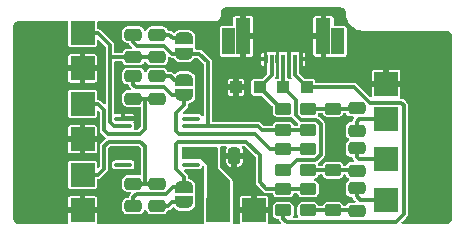
<source format=gbr>
%TF.GenerationSoftware,KiCad,Pcbnew,8.0.4*%
%TF.CreationDate,2024-08-31T12:18:16-06:00*%
%TF.ProjectId,SNEdge,534e4564-6765-42e6-9b69-6361645f7063,rev?*%
%TF.SameCoordinates,Original*%
%TF.FileFunction,Copper,L1,Top*%
%TF.FilePolarity,Positive*%
%FSLAX46Y46*%
G04 Gerber Fmt 4.6, Leading zero omitted, Abs format (unit mm)*
G04 Created by KiCad (PCBNEW 8.0.4) date 2024-08-31 12:18:16*
%MOMM*%
%LPD*%
G01*
G04 APERTURE LIST*
G04 Aperture macros list*
%AMRoundRect*
0 Rectangle with rounded corners*
0 $1 Rounding radius*
0 $2 $3 $4 $5 $6 $7 $8 $9 X,Y pos of 4 corners*
0 Add a 4 corners polygon primitive as box body*
4,1,4,$2,$3,$4,$5,$6,$7,$8,$9,$2,$3,0*
0 Add four circle primitives for the rounded corners*
1,1,$1+$1,$2,$3*
1,1,$1+$1,$4,$5*
1,1,$1+$1,$6,$7*
1,1,$1+$1,$8,$9*
0 Add four rect primitives between the rounded corners*
20,1,$1+$1,$2,$3,$4,$5,0*
20,1,$1+$1,$4,$5,$6,$7,0*
20,1,$1+$1,$6,$7,$8,$9,0*
20,1,$1+$1,$8,$9,$2,$3,0*%
%AMFreePoly0*
4,1,19,0.500000,-0.750000,0.000000,-0.750000,0.000000,-0.744911,-0.071157,-0.744911,-0.207708,-0.704816,-0.327430,-0.627875,-0.420627,-0.520320,-0.479746,-0.390866,-0.500000,-0.250000,-0.500000,0.250000,-0.479746,0.390866,-0.420627,0.520320,-0.327430,0.627875,-0.207708,0.704816,-0.071157,0.744911,0.000000,0.744911,0.000000,0.750000,0.500000,0.750000,0.500000,-0.750000,0.500000,-0.750000,
$1*%
%AMFreePoly1*
4,1,19,0.000000,0.744911,0.071157,0.744911,0.207708,0.704816,0.327430,0.627875,0.420627,0.520320,0.479746,0.390866,0.500000,0.250000,0.500000,-0.250000,0.479746,-0.390866,0.420627,-0.520320,0.327430,-0.627875,0.207708,-0.704816,0.071157,-0.744911,0.000000,-0.744911,0.000000,-0.750000,-0.500000,-0.750000,-0.500000,0.750000,0.000000,0.750000,0.000000,0.744911,0.000000,0.744911,
$1*%
G04 Aperture macros list end*
%TA.AperFunction,EtchedComponent*%
%ADD10C,0.000000*%
%TD*%
%TA.AperFunction,SMDPad,CuDef*%
%ADD11FreePoly0,270.000000*%
%TD*%
%TA.AperFunction,SMDPad,CuDef*%
%ADD12FreePoly1,270.000000*%
%TD*%
%TA.AperFunction,SMDPad,CuDef*%
%ADD13RoundRect,0.250000X0.475000X-0.250000X0.475000X0.250000X-0.475000X0.250000X-0.475000X-0.250000X0*%
%TD*%
%TA.AperFunction,SMDPad,CuDef*%
%ADD14R,0.300000X0.800000*%
%TD*%
%TA.AperFunction,SMDPad,CuDef*%
%ADD15R,1.300000X3.049999*%
%TD*%
%TA.AperFunction,SMDPad,CuDef*%
%ADD16RoundRect,0.250000X-0.450000X0.262500X-0.450000X-0.262500X0.450000X-0.262500X0.450000X0.262500X0*%
%TD*%
%TA.AperFunction,SMDPad,CuDef*%
%ADD17R,1.000000X1.000000*%
%TD*%
%TA.AperFunction,SMDPad,CuDef*%
%ADD18RoundRect,0.250000X-0.475000X0.250000X-0.475000X-0.250000X0.475000X-0.250000X0.475000X0.250000X0*%
%TD*%
%TA.AperFunction,SMDPad,CuDef*%
%ADD19R,2.000000X2.000000*%
%TD*%
%TA.AperFunction,SMDPad,CuDef*%
%ADD20RoundRect,0.250000X0.250000X0.475000X-0.250000X0.475000X-0.250000X-0.475000X0.250000X-0.475000X0*%
%TD*%
%TA.AperFunction,SMDPad,CuDef*%
%ADD21RoundRect,0.250000X0.450000X-0.262500X0.450000X0.262500X-0.450000X0.262500X-0.450000X-0.262500X0*%
%TD*%
%TA.AperFunction,SMDPad,CuDef*%
%ADD22FreePoly0,90.000000*%
%TD*%
%TA.AperFunction,SMDPad,CuDef*%
%ADD23FreePoly1,90.000000*%
%TD*%
%TA.AperFunction,SMDPad,CuDef*%
%ADD24RoundRect,0.100000X-0.637500X-0.100000X0.637500X-0.100000X0.637500X0.100000X-0.637500X0.100000X0*%
%TD*%
%TA.AperFunction,ViaPad*%
%ADD25C,0.600000*%
%TD*%
%TA.AperFunction,Conductor*%
%ADD26C,0.300000*%
%TD*%
G04 APERTURE END LIST*
D10*
%TA.AperFunction,EtchedComponent*%
%TO.C,J1*%
G36*
X136150003Y-94900000D02*
G01*
X135050003Y-94900000D01*
X135050003Y-92700000D01*
X136150003Y-92700000D01*
X136150003Y-94900000D01*
G37*
%TD.AperFunction*%
%TA.AperFunction,EtchedComponent*%
G36*
X145350003Y-94900000D02*
G01*
X144250003Y-94900000D01*
X144250003Y-92700000D01*
X145350003Y-92700000D01*
X145350003Y-94900000D01*
G37*
%TD.AperFunction*%
%TD*%
D11*
%TO.P,JP2,1,A*%
%TO.N,Net-(JP2-A)*%
X131800000Y-97050000D03*
D12*
%TO.P,JP2,2,B*%
%TO.N,Net-(JP2-B)*%
X131800000Y-98350000D03*
%TD*%
D13*
%TO.P,C1,1*%
%TO.N,Net-(JP1-A)*%
X129500000Y-107750000D03*
%TO.P,C1,2*%
%TO.N,Net-(U1-CH4_IN)*%
X129500000Y-105850000D03*
%TD*%
%TO.P,C8,1*%
%TO.N,Net-(C8-Pad1)*%
X146400000Y-104762500D03*
%TO.P,C8,2*%
%TO.N,Net-(C8-Pad2)*%
X146400000Y-102862500D03*
%TD*%
D14*
%TO.P,J1,1,Pin_1*%
%TO.N,GND*%
X141700000Y-95300000D03*
%TO.P,J1,2,Pin_2*%
%TO.N,Net-(J1-Pin_2)*%
X141200001Y-95300000D03*
%TO.P,J1,3,Pin_3*%
%TO.N,GND*%
X140699999Y-95300000D03*
%TO.P,J1,4,Pin_4*%
%TO.N,Net-(J1-Pin_4)*%
X140200000Y-95300000D03*
%TO.P,J1,5,Pin_5*%
%TO.N,GND*%
X139699999Y-95300000D03*
%TO.P,J1,6,Pin_6*%
%TO.N,Net-(J1-Pin_6)*%
X139200000Y-95300000D03*
%TO.P,J1,7,Pin_7*%
%TO.N,GND*%
X138700001Y-95300000D03*
D15*
%TO.P,J1,MP,MountPin*%
X143600000Y-93375000D03*
X136800006Y-93375000D03*
%TD*%
D16*
%TO.P,R3,1*%
%TO.N,Net-(JP1-B)*%
X142300000Y-106300000D03*
%TO.P,R3,2*%
%TO.N,Net-(C9-Pad1)*%
X142300000Y-108125000D03*
%TD*%
D13*
%TO.P,C9,1*%
%TO.N,Net-(C9-Pad1)*%
X146400000Y-108162500D03*
%TO.P,C9,2*%
%TO.N,Net-(C9-Pad2)*%
X146400000Y-106262500D03*
%TD*%
D17*
%TO.P,TP9,1,1*%
%TO.N,Net-(J1-Pin_6)*%
X138200003Y-97700000D03*
%TD*%
D18*
%TO.P,C5,1*%
%TO.N,Net-(JP3-A)*%
X129500000Y-93250000D03*
%TO.P,C5,2*%
%TO.N,Net-(U1-CH2_IN)*%
X129500000Y-95150000D03*
%TD*%
D16*
%TO.P,R9,1*%
%TO.N,Net-(C10-Pad1)*%
X144400000Y-99500000D03*
%TO.P,R9,2*%
%TO.N,GND*%
X144400000Y-101325000D03*
%TD*%
D19*
%TO.P,TP7,1,1*%
%TO.N,Net-(U1-CH4_IN)*%
X123200000Y-105100000D03*
%TD*%
D13*
%TO.P,C2,1*%
%TO.N,Net-(JP1-B)*%
X127500000Y-107750000D03*
%TO.P,C2,2*%
%TO.N,Net-(U1-CH4_IN)*%
X127500000Y-105850000D03*
%TD*%
D16*
%TO.P,R5,1*%
%TO.N,Net-(J1-Pin_6)*%
X140200000Y-99500000D03*
%TO.P,R5,2*%
%TO.N,Net-(JP3-B)*%
X140200000Y-101325000D03*
%TD*%
D19*
%TO.P,TP1,1,1*%
%TO.N,VCC*%
X134700000Y-108100000D03*
%TD*%
D17*
%TO.P,TP10,1,1*%
%TO.N,Net-(J1-Pin_4)*%
X140200003Y-97700000D03*
%TD*%
D19*
%TO.P,TP2,1,1*%
%TO.N,GND*%
X137700000Y-108100000D03*
%TD*%
D20*
%TO.P,C7,1*%
%TO.N,GND*%
X136050000Y-103500000D03*
%TO.P,C7,2*%
%TO.N,VCC*%
X134150000Y-103500000D03*
%TD*%
D16*
%TO.P,R1,1*%
%TO.N,Net-(JP2-B)*%
X142300000Y-102900000D03*
%TO.P,R1,2*%
%TO.N,Net-(C8-Pad1)*%
X142300000Y-104725000D03*
%TD*%
D18*
%TO.P,C4,1*%
%TO.N,Net-(JP2-B)*%
X127500000Y-96750000D03*
%TO.P,C4,2*%
%TO.N,Net-(U1-CH3_IN)*%
X127500000Y-98650000D03*
%TD*%
D21*
%TO.P,R4,1*%
%TO.N,Net-(C9-Pad1)*%
X144400000Y-108125000D03*
%TO.P,R4,2*%
%TO.N,GND*%
X144400000Y-106300000D03*
%TD*%
%TO.P,R8,1*%
%TO.N,Net-(JP3-B)*%
X142300000Y-101325000D03*
%TO.P,R8,2*%
%TO.N,Net-(C10-Pad1)*%
X142300000Y-99500000D03*
%TD*%
D18*
%TO.P,C10,1*%
%TO.N,Net-(C10-Pad1)*%
X146400000Y-99462500D03*
%TO.P,C10,2*%
%TO.N,Net-(C10-Pad2)*%
X146400000Y-101362500D03*
%TD*%
D17*
%TO.P,TP11,1,1*%
%TO.N,Net-(J1-Pin_2)*%
X142200003Y-97700000D03*
%TD*%
%TO.P,TP16,1,1*%
%TO.N,GND*%
X136200000Y-97700000D03*
%TD*%
D19*
%TO.P,TP6,1,1*%
%TO.N,Net-(U1-CH3_IN)*%
X123200000Y-99100000D03*
%TD*%
D22*
%TO.P,JP1,1,A*%
%TO.N,Net-(JP1-A)*%
X131800000Y-107450000D03*
D23*
%TO.P,JP1,2,B*%
%TO.N,Net-(JP1-B)*%
X131800000Y-106150000D03*
%TD*%
D21*
%TO.P,R2,1*%
%TO.N,Net-(C8-Pad1)*%
X144400000Y-104725000D03*
%TO.P,R2,2*%
%TO.N,GND*%
X144400000Y-102900000D03*
%TD*%
D18*
%TO.P,C6,1*%
%TO.N,Net-(JP3-B)*%
X127500000Y-93250000D03*
%TO.P,C6,2*%
%TO.N,Net-(U1-CH2_IN)*%
X127500000Y-95150000D03*
%TD*%
D19*
%TO.P,TP8,1,1*%
%TO.N,GND*%
X123200000Y-108100000D03*
%TD*%
%TO.P,TP14,1,1*%
%TO.N,Net-(C10-Pad2)*%
X148900000Y-100412500D03*
%TD*%
%TO.P,TP15,1,1*%
%TO.N,GND*%
X148900000Y-97400000D03*
%TD*%
%TO.P,TP12,1,1*%
%TO.N,Net-(C8-Pad2)*%
X148900000Y-103812500D03*
%TD*%
D11*
%TO.P,JP3,1,A*%
%TO.N,Net-(JP3-A)*%
X131800000Y-93550000D03*
D12*
%TO.P,JP3,2,B*%
%TO.N,Net-(JP3-B)*%
X131800000Y-94850000D03*
%TD*%
D21*
%TO.P,R7,1*%
%TO.N,Net-(J1-Pin_2)*%
X140200000Y-108125000D03*
%TO.P,R7,2*%
%TO.N,Net-(JP1-B)*%
X140200000Y-106300000D03*
%TD*%
%TO.P,R6,1*%
%TO.N,Net-(J1-Pin_4)*%
X140200000Y-104725000D03*
%TO.P,R6,2*%
%TO.N,Net-(JP2-B)*%
X140200000Y-102900000D03*
%TD*%
D24*
%TO.P,U1,1,CH1_IN*%
%TO.N,GND*%
X126637500Y-100350000D03*
%TO.P,U1,2,CH2_IN*%
%TO.N,Net-(U1-CH2_IN)*%
X126637500Y-101000000D03*
%TO.P,U1,3,CH3_IN*%
%TO.N,Net-(U1-CH3_IN)*%
X126637500Y-101650000D03*
%TO.P,U1,4,CH4_IN*%
%TO.N,Net-(U1-CH4_IN)*%
X126637500Y-102300000D03*
%TO.P,U1,5,GND*%
%TO.N,GND*%
X126637500Y-102950000D03*
%TO.P,U1,6,DISABLE*%
X126637500Y-103600000D03*
%TO.P,U1,7,NC*%
%TO.N,unconnected-(U1-NC-Pad7)*%
X126637500Y-104250000D03*
%TO.P,U1,8,NC*%
%TO.N,unconnected-(U1-NC-Pad8)*%
X132362500Y-104250000D03*
%TO.P,U1,9,BYPASS*%
%TO.N,VCC*%
X132362500Y-103600000D03*
%TO.P,U1,10,V_{S+}*%
X132362500Y-102950000D03*
%TO.P,U1,11,CH4_OUT*%
%TO.N,Net-(JP1-B)*%
X132362500Y-102300000D03*
%TO.P,U1,12,CH3_OUT*%
%TO.N,Net-(JP2-B)*%
X132362500Y-101650000D03*
%TO.P,U1,13,CH2_OUT*%
%TO.N,Net-(JP3-B)*%
X132362500Y-101000000D03*
%TO.P,U1,14,CH1_OUT*%
%TO.N,unconnected-(U1-CH1_OUT-Pad14)*%
X132362500Y-100350000D03*
%TD*%
D19*
%TO.P,TP13,1,1*%
%TO.N,Net-(C9-Pad2)*%
X148900000Y-107212500D03*
%TD*%
%TO.P,TP3,1,1*%
%TO.N,GND*%
X123200000Y-102100000D03*
%TD*%
%TO.P,TP5,1,1*%
%TO.N,Net-(U1-CH2_IN)*%
X123200000Y-93100000D03*
%TD*%
D18*
%TO.P,C3,1*%
%TO.N,Net-(JP2-A)*%
X129500000Y-96750000D03*
%TO.P,C3,2*%
%TO.N,Net-(U1-CH3_IN)*%
X129500000Y-98650000D03*
%TD*%
D19*
%TO.P,TP4,1,1*%
%TO.N,GND*%
X123200000Y-96100000D03*
%TD*%
D25*
%TO.N,GND*%
X124750000Y-98350000D03*
X117900000Y-100600000D03*
X133950000Y-94150000D03*
X138200000Y-91400000D03*
X132950000Y-95900000D03*
X126500000Y-94150000D03*
X145400000Y-100400000D03*
X153800000Y-102100000D03*
X137450000Y-96100000D03*
X136200000Y-108100000D03*
X151150000Y-105450000D03*
X138900000Y-100450000D03*
X128300000Y-108850000D03*
X127800000Y-103350000D03*
X117900000Y-103550000D03*
X125800000Y-105100000D03*
X126200000Y-99200000D03*
X136300000Y-106500000D03*
X145400000Y-107200000D03*
X153800000Y-108800000D03*
X142950000Y-95900000D03*
X117900000Y-106600000D03*
X135150000Y-103500000D03*
X139250000Y-107200000D03*
X117900000Y-97550000D03*
X130450000Y-108850000D03*
X143350000Y-105550000D03*
X134500000Y-97600000D03*
X132900000Y-99400000D03*
X133100000Y-108750000D03*
X140200000Y-93900000D03*
X133000000Y-105150000D03*
X125050000Y-92500000D03*
X135450000Y-92000000D03*
X145350000Y-102100000D03*
X138250000Y-98800000D03*
X145400000Y-103800000D03*
X126350000Y-97500000D03*
X136050000Y-104900000D03*
X125656215Y-103278317D03*
X137300000Y-103500000D03*
X142200000Y-91400000D03*
X121500000Y-97550000D03*
X121500000Y-94600000D03*
X153800000Y-105450000D03*
X117900000Y-94600000D03*
X134700000Y-100100000D03*
X153800000Y-98800000D03*
X145900000Y-92900000D03*
X125050000Y-108850000D03*
X146950000Y-97250000D03*
X121500000Y-106600000D03*
X151150000Y-98800000D03*
X153950000Y-93600000D03*
X130700000Y-95900000D03*
X127800000Y-104750000D03*
X130850000Y-92500000D03*
X151150000Y-108800000D03*
X121500000Y-100600000D03*
X151150000Y-102100000D03*
X121500000Y-103550000D03*
X145000000Y-92000000D03*
%TD*%
D26*
%TO.N,GND*%
X144400000Y-106300000D02*
X144500000Y-106300000D01*
%TO.N,Net-(JP1-A)*%
X130750000Y-107450000D02*
X131800000Y-107450000D01*
X130450000Y-107750000D02*
X130750000Y-107450000D01*
X129500000Y-107750000D02*
X130450000Y-107750000D01*
%TO.N,Net-(U1-CH4_IN)*%
X124500000Y-105100000D02*
X125000000Y-104600000D01*
X125000000Y-104600000D02*
X125000000Y-102700000D01*
X128500000Y-105850000D02*
X129500000Y-105850000D01*
X125400000Y-102300000D02*
X126637500Y-102300000D01*
X128500000Y-102700000D02*
X128100000Y-102300000D01*
X128100000Y-102300000D02*
X126637500Y-102300000D01*
X125000000Y-102700000D02*
X125400000Y-102300000D01*
X127500000Y-105850000D02*
X128500000Y-105850000D01*
X128500000Y-105850000D02*
X128500000Y-102700000D01*
X123200000Y-105100000D02*
X124500000Y-105100000D01*
%TO.N,Net-(JP1-B)*%
X138200000Y-105725000D02*
X138200000Y-103425000D01*
X132362500Y-102300000D02*
X131300000Y-102300000D01*
X131100000Y-102500000D02*
X131100000Y-104600000D01*
X140200000Y-106300000D02*
X142300000Y-106300000D01*
X127500000Y-107000000D02*
X127500000Y-107750000D01*
X131800000Y-105300000D02*
X131800000Y-106150000D01*
X130300000Y-106700000D02*
X127800000Y-106700000D01*
X127800000Y-106700000D02*
X127500000Y-107000000D01*
X132500000Y-102300000D02*
X132512500Y-102312500D01*
X140200000Y-106300000D02*
X138775000Y-106300000D01*
X131100000Y-104600000D02*
X131800000Y-105300000D01*
X130850000Y-106150000D02*
X130300000Y-106700000D01*
X138775000Y-106300000D02*
X138200000Y-105725000D01*
X132362500Y-102300000D02*
X137075000Y-102300000D01*
X131300000Y-102300000D02*
X131100000Y-102500000D01*
X131800000Y-106150000D02*
X130850000Y-106150000D01*
X137075000Y-102300000D02*
X138200000Y-103425000D01*
X132362500Y-102300000D02*
X132500000Y-102300000D01*
%TO.N,Net-(U1-CH3_IN)*%
X128500000Y-101200000D02*
X128500000Y-98650000D01*
X125000000Y-101300000D02*
X125000000Y-99600000D01*
X125000000Y-99600000D02*
X124500000Y-99100000D01*
X124500000Y-99100000D02*
X123200000Y-99100000D01*
X127500000Y-98650000D02*
X128500000Y-98650000D01*
X125350000Y-101650000D02*
X125000000Y-101300000D01*
X126637500Y-101650000D02*
X125350000Y-101650000D01*
X126637500Y-101650000D02*
X128050000Y-101650000D01*
X128050000Y-101650000D02*
X128500000Y-101200000D01*
X128500000Y-98650000D02*
X129500000Y-98650000D01*
%TO.N,Net-(JP2-A)*%
X130950000Y-97050000D02*
X130650000Y-96750000D01*
X130650000Y-96750000D02*
X129500000Y-96750000D01*
X131800000Y-97050000D02*
X130950000Y-97050000D01*
%TO.N,Net-(JP2-B)*%
X132362500Y-101650000D02*
X131350000Y-101650000D01*
X130780456Y-98350000D02*
X131800000Y-98350000D01*
X139075000Y-102900000D02*
X140200000Y-102900000D01*
X127700000Y-97700000D02*
X130130456Y-97700000D01*
X137825000Y-101650000D02*
X139075000Y-102900000D01*
X131350000Y-101650000D02*
X131100000Y-101400000D01*
X131100000Y-101400000D02*
X131100000Y-99900000D01*
X131800000Y-99200000D02*
X131800000Y-98350000D01*
X132362500Y-101650000D02*
X137825000Y-101650000D01*
X130130456Y-97700000D02*
X130780456Y-98350000D01*
X140200000Y-102900000D02*
X142300000Y-102900000D01*
X127500000Y-96750000D02*
X127500000Y-97500000D01*
X127500000Y-97500000D02*
X127700000Y-97700000D01*
X131100000Y-99900000D02*
X131800000Y-99200000D01*
%TO.N,Net-(JP3-A)*%
X130850000Y-93550000D02*
X131800000Y-93550000D01*
X130550000Y-93250000D02*
X130850000Y-93550000D01*
X129500000Y-93250000D02*
X130550000Y-93250000D01*
%TO.N,Net-(U1-CH2_IN)*%
X126637500Y-101000000D02*
X125900001Y-101000000D01*
X123200000Y-93100000D02*
X124500000Y-93100000D01*
X129500000Y-95150000D02*
X127500000Y-95150000D01*
X124500000Y-93100000D02*
X125500000Y-94100000D01*
X125500000Y-94100000D02*
X125500000Y-95150000D01*
X125500000Y-100599999D02*
X125500000Y-95150000D01*
X125500000Y-95150000D02*
X127500000Y-95150000D01*
X125900001Y-101000000D02*
X125500000Y-100599999D01*
%TO.N,Net-(JP3-B)*%
X138087500Y-101000000D02*
X138412500Y-101325000D01*
X130780456Y-94850000D02*
X131800000Y-94850000D01*
X140200000Y-101325000D02*
X142300000Y-101325000D01*
X130130456Y-94200000D02*
X130780456Y-94850000D01*
X133800000Y-95550000D02*
X133100000Y-94850000D01*
X127500000Y-93250000D02*
X127500000Y-93900000D01*
X127500000Y-93900000D02*
X127800000Y-94200000D01*
X138412500Y-101325000D02*
X140200000Y-101325000D01*
X133800000Y-101000000D02*
X138087500Y-101000000D01*
X133800000Y-101000000D02*
X133800000Y-95550000D01*
X127800000Y-94200000D02*
X130130456Y-94200000D01*
X133100000Y-94850000D02*
X131800000Y-94850000D01*
X133800000Y-101000000D02*
X132362500Y-101000000D01*
%TO.N,Net-(C9-Pad1)*%
X146362500Y-108125000D02*
X146400000Y-108162500D01*
X142300000Y-108125000D02*
X144400000Y-108125000D01*
X144400000Y-108125000D02*
X146362500Y-108125000D01*
%TO.N,Net-(C9-Pad2)*%
X146700000Y-107212500D02*
X146400000Y-106912500D01*
X146400000Y-106912500D02*
X146400000Y-106262500D01*
X148900000Y-107212500D02*
X146700000Y-107212500D01*
%TO.N,Net-(C10-Pad2)*%
X146400000Y-100612500D02*
X146400000Y-101362500D01*
X146600000Y-100412500D02*
X146400000Y-100612500D01*
X148900000Y-100412500D02*
X146600000Y-100412500D01*
%TO.N,Net-(C10-Pad1)*%
X144400000Y-99500000D02*
X146362500Y-99500000D01*
X146362500Y-99500000D02*
X146400000Y-99462500D01*
X142300000Y-99500000D02*
X144400000Y-99500000D01*
%TO.N,Net-(J1-Pin_4)*%
X141337500Y-103862500D02*
X140475000Y-104725000D01*
X140200003Y-97700000D02*
X141250000Y-98749997D01*
X143350000Y-100807044D02*
X143350000Y-103417956D01*
X140475000Y-104725000D02*
X140200000Y-104725000D01*
X141250000Y-100017956D02*
X141694544Y-100462500D01*
X140200003Y-97700000D02*
X140200003Y-95300003D01*
X143350000Y-103417956D02*
X142905456Y-103862500D01*
X142905456Y-103862500D02*
X141337500Y-103862500D01*
X143005456Y-100462500D02*
X143350000Y-100807044D01*
X141250000Y-98749997D02*
X141250000Y-100017956D01*
X141694544Y-100462500D02*
X143005456Y-100462500D01*
X140200003Y-95300003D02*
X140200000Y-95300000D01*
%TO.N,Net-(J1-Pin_6)*%
X139200000Y-96700003D02*
X139200000Y-95300000D01*
X140000000Y-99500000D02*
X140200000Y-99500000D01*
X138200003Y-97700000D02*
X138200003Y-97700003D01*
X138200003Y-97700000D02*
X139200000Y-96700003D01*
X138200003Y-97700003D02*
X140000000Y-99500000D01*
%TO.N,Net-(J1-Pin_2)*%
X146217956Y-97700000D02*
X142200003Y-97700000D01*
X141200003Y-95300002D02*
X141200001Y-95300000D01*
X150400000Y-99212500D02*
X150187500Y-99000000D01*
X150400000Y-108412500D02*
X150400000Y-99212500D01*
X147517956Y-99000000D02*
X146217956Y-97700000D01*
X141200001Y-96699998D02*
X141200001Y-95300000D01*
X149712500Y-109100000D02*
X150400000Y-108412500D01*
X142200003Y-97700000D02*
X141200001Y-96699998D01*
X140475000Y-109100000D02*
X149712500Y-109100000D01*
X150187500Y-99000000D02*
X147517956Y-99000000D01*
X140200000Y-108825000D02*
X140475000Y-109100000D01*
X140200000Y-108125000D02*
X140200000Y-108825000D01*
%TO.N,Net-(C8-Pad1)*%
X144400000Y-104725000D02*
X146362500Y-104725000D01*
X146362500Y-104725000D02*
X146400000Y-104762500D01*
X142300000Y-104725000D02*
X144400000Y-104725000D01*
%TO.N,Net-(C8-Pad2)*%
X148900000Y-103812500D02*
X146600000Y-103812500D01*
X146400000Y-103612500D02*
X146400000Y-102862500D01*
X146600000Y-103812500D02*
X146400000Y-103612500D01*
%TD*%
%TA.AperFunction,Conductor*%
%TO.N,VCC*%
G36*
X134609191Y-102768907D02*
G01*
X134645155Y-102818407D01*
X134650000Y-102849000D01*
X134650000Y-103453644D01*
X134648992Y-103467733D01*
X134644353Y-103499998D01*
X134644353Y-103500001D01*
X134648992Y-103532264D01*
X134650000Y-103546354D01*
X134650000Y-104550000D01*
X135671005Y-105571005D01*
X135698781Y-105625520D01*
X135700000Y-105641007D01*
X135700000Y-108053644D01*
X135698992Y-108067733D01*
X135694353Y-108099998D01*
X135694353Y-108100001D01*
X135698992Y-108132264D01*
X135700000Y-108146354D01*
X135700000Y-109001000D01*
X135681093Y-109059191D01*
X135631593Y-109095155D01*
X135601000Y-109100000D01*
X133799000Y-109100000D01*
X133740809Y-109081093D01*
X133704845Y-109031593D01*
X133700000Y-109001000D01*
X133700000Y-104275001D01*
X133700000Y-104275000D01*
X133225000Y-103800000D01*
X133224999Y-103800000D01*
X131724000Y-103800000D01*
X131665809Y-103781093D01*
X131629845Y-103731593D01*
X131625000Y-103701000D01*
X131625000Y-102849000D01*
X131643907Y-102790809D01*
X131693407Y-102754845D01*
X131724000Y-102750000D01*
X134551000Y-102750000D01*
X134609191Y-102768907D01*
G37*
%TD.AperFunction*%
%TD*%
%TA.AperFunction,Conductor*%
%TO.N,GND*%
G36*
X121958691Y-92119407D02*
G01*
X121994655Y-92168907D01*
X121999500Y-92199500D01*
X121999500Y-94119746D01*
X121999501Y-94119758D01*
X122011132Y-94178227D01*
X122011134Y-94178233D01*
X122036494Y-94216186D01*
X122055448Y-94244552D01*
X122121769Y-94288867D01*
X122166231Y-94297711D01*
X122180241Y-94300498D01*
X122180246Y-94300498D01*
X122180252Y-94300500D01*
X122180253Y-94300500D01*
X124219747Y-94300500D01*
X124219748Y-94300500D01*
X124278231Y-94288867D01*
X124344552Y-94244552D01*
X124388867Y-94178231D01*
X124400500Y-94119748D01*
X124400500Y-93735190D01*
X124419407Y-93676999D01*
X124468907Y-93641035D01*
X124530093Y-93641035D01*
X124569504Y-93665186D01*
X125120504Y-94216186D01*
X125148281Y-94270703D01*
X125149500Y-94286190D01*
X125149500Y-99014810D01*
X125130593Y-99073001D01*
X125081093Y-99108965D01*
X125019907Y-99108965D01*
X124980497Y-99084814D01*
X124715214Y-98819532D01*
X124715212Y-98819530D01*
X124635288Y-98773386D01*
X124546144Y-98749500D01*
X124546142Y-98749500D01*
X124499500Y-98749500D01*
X124441309Y-98730593D01*
X124405345Y-98681093D01*
X124400500Y-98650500D01*
X124400500Y-98080253D01*
X124400498Y-98080241D01*
X124394582Y-98050500D01*
X124388867Y-98021769D01*
X124344552Y-97955448D01*
X124344548Y-97955445D01*
X124278233Y-97911134D01*
X124278231Y-97911133D01*
X124278228Y-97911132D01*
X124278227Y-97911132D01*
X124219758Y-97899501D01*
X124219748Y-97899500D01*
X122180252Y-97899500D01*
X122180251Y-97899500D01*
X122180241Y-97899501D01*
X122121772Y-97911132D01*
X122121766Y-97911134D01*
X122055451Y-97955445D01*
X122055445Y-97955451D01*
X122011134Y-98021766D01*
X122011132Y-98021772D01*
X121999501Y-98080241D01*
X121999500Y-98080253D01*
X121999500Y-100119746D01*
X121999501Y-100119758D01*
X122011132Y-100178227D01*
X122011134Y-100178233D01*
X122047840Y-100233166D01*
X122055448Y-100244552D01*
X122121769Y-100288867D01*
X122166231Y-100297711D01*
X122180241Y-100300498D01*
X122180246Y-100300498D01*
X122180252Y-100300500D01*
X122180253Y-100300500D01*
X124219747Y-100300500D01*
X124219748Y-100300500D01*
X124278231Y-100288867D01*
X124344552Y-100244552D01*
X124388867Y-100178231D01*
X124400500Y-100119748D01*
X124400500Y-99735190D01*
X124419407Y-99676999D01*
X124468907Y-99641035D01*
X124530093Y-99641035D01*
X124569504Y-99665186D01*
X124620504Y-99716186D01*
X124648281Y-99770703D01*
X124649500Y-99786190D01*
X124649500Y-101346143D01*
X124664065Y-101400501D01*
X124673384Y-101435284D01*
X124673385Y-101435287D01*
X124673386Y-101435288D01*
X124719530Y-101515212D01*
X125134316Y-101929998D01*
X125162092Y-101984513D01*
X125152521Y-102044945D01*
X125134315Y-102070003D01*
X124919530Y-102284788D01*
X124719528Y-102484790D01*
X124680486Y-102552411D01*
X124680487Y-102552412D01*
X124673388Y-102564706D01*
X124673386Y-102564711D01*
X124673386Y-102564712D01*
X124650400Y-102650500D01*
X124649500Y-102653857D01*
X124649500Y-104413810D01*
X124630593Y-104472001D01*
X124620504Y-104483814D01*
X124569504Y-104534814D01*
X124514987Y-104562591D01*
X124454555Y-104553020D01*
X124411290Y-104509755D01*
X124400500Y-104464810D01*
X124400500Y-104080253D01*
X124400498Y-104080241D01*
X124390347Y-104029210D01*
X124388867Y-104021769D01*
X124344552Y-103955448D01*
X124303197Y-103927815D01*
X124278233Y-103911134D01*
X124278231Y-103911133D01*
X124278228Y-103911132D01*
X124278227Y-103911132D01*
X124219758Y-103899501D01*
X124219748Y-103899500D01*
X122180252Y-103899500D01*
X122180251Y-103899500D01*
X122180241Y-103899501D01*
X122121772Y-103911132D01*
X122121766Y-103911134D01*
X122055451Y-103955445D01*
X122055445Y-103955451D01*
X122011134Y-104021766D01*
X122011132Y-104021772D01*
X121999501Y-104080241D01*
X121999500Y-104080253D01*
X121999500Y-106119746D01*
X121999501Y-106119758D01*
X122011132Y-106178227D01*
X122011134Y-106178233D01*
X122020836Y-106192753D01*
X122055448Y-106244552D01*
X122121769Y-106288867D01*
X122166231Y-106297711D01*
X122180241Y-106300498D01*
X122180246Y-106300498D01*
X122180252Y-106300500D01*
X122180253Y-106300500D01*
X124219747Y-106300500D01*
X124219748Y-106300500D01*
X124278231Y-106288867D01*
X124344552Y-106244552D01*
X124388867Y-106178231D01*
X124400500Y-106119748D01*
X124400500Y-105549500D01*
X124419407Y-105491309D01*
X124468907Y-105455345D01*
X124499500Y-105450500D01*
X124546142Y-105450500D01*
X124546144Y-105450500D01*
X124635288Y-105426614D01*
X124636880Y-105425695D01*
X124715212Y-105380470D01*
X125280470Y-104815212D01*
X125326614Y-104735288D01*
X125350500Y-104646144D01*
X125350500Y-104553856D01*
X125350500Y-104105130D01*
X125699500Y-104105130D01*
X125699500Y-104394859D01*
X125699501Y-104394864D01*
X125702414Y-104419990D01*
X125725380Y-104472001D01*
X125747794Y-104522765D01*
X125827235Y-104602206D01*
X125930009Y-104647585D01*
X125955135Y-104650500D01*
X127319864Y-104650499D01*
X127344991Y-104647585D01*
X127447765Y-104602206D01*
X127527206Y-104522765D01*
X127572585Y-104419991D01*
X127575500Y-104394865D01*
X127575499Y-104105136D01*
X127572585Y-104080009D01*
X127527206Y-103977235D01*
X127447765Y-103897794D01*
X127344991Y-103852415D01*
X127344990Y-103852414D01*
X127344988Y-103852414D01*
X127319868Y-103849500D01*
X125955139Y-103849500D01*
X125955136Y-103849501D01*
X125930009Y-103852414D01*
X125827235Y-103897794D01*
X125747794Y-103977235D01*
X125702414Y-104080011D01*
X125699500Y-104105130D01*
X125350500Y-104105130D01*
X125350500Y-102886188D01*
X125369407Y-102827998D01*
X125379496Y-102816185D01*
X125516185Y-102679496D01*
X125570702Y-102651719D01*
X125586189Y-102650500D01*
X125802488Y-102650500D01*
X125842473Y-102658934D01*
X125930009Y-102697585D01*
X125955135Y-102700500D01*
X127319864Y-102700499D01*
X127344991Y-102697585D01*
X127432526Y-102658934D01*
X127472512Y-102650500D01*
X127913811Y-102650500D01*
X127972002Y-102669407D01*
X127983814Y-102679496D01*
X128120503Y-102816184D01*
X128148281Y-102870701D01*
X128149500Y-102886188D01*
X128149500Y-105052056D01*
X128130593Y-105110247D01*
X128081093Y-105146211D01*
X128041260Y-105150624D01*
X128029269Y-105149500D01*
X128029266Y-105149500D01*
X126970734Y-105149500D01*
X126970725Y-105149500D01*
X126940305Y-105152353D01*
X126940296Y-105152355D01*
X126812116Y-105197207D01*
X126702855Y-105277845D01*
X126702845Y-105277855D01*
X126622207Y-105387116D01*
X126577355Y-105515296D01*
X126577353Y-105515305D01*
X126574500Y-105545725D01*
X126574500Y-106154274D01*
X126577353Y-106184694D01*
X126577355Y-106184703D01*
X126622207Y-106312883D01*
X126702845Y-106422144D01*
X126702847Y-106422146D01*
X126702850Y-106422150D01*
X126702853Y-106422152D01*
X126702855Y-106422154D01*
X126812116Y-106502792D01*
X126812117Y-106502792D01*
X126812118Y-106502793D01*
X126940301Y-106547646D01*
X126970725Y-106550499D01*
X126970727Y-106550500D01*
X126970734Y-106550500D01*
X127214811Y-106550500D01*
X127273002Y-106569407D01*
X127308966Y-106618907D01*
X127308966Y-106680093D01*
X127284816Y-106719501D01*
X127241318Y-106763000D01*
X127219529Y-106784789D01*
X127190373Y-106835287D01*
X127190374Y-106835288D01*
X127173386Y-106864710D01*
X127149499Y-106953858D01*
X127148653Y-106960290D01*
X127146414Y-106959995D01*
X127130593Y-107008691D01*
X127081093Y-107044655D01*
X127050500Y-107049500D01*
X126970725Y-107049500D01*
X126940305Y-107052353D01*
X126940296Y-107052355D01*
X126812116Y-107097207D01*
X126702855Y-107177845D01*
X126702845Y-107177855D01*
X126622207Y-107287116D01*
X126577355Y-107415296D01*
X126577353Y-107415305D01*
X126574500Y-107445725D01*
X126574500Y-108054274D01*
X126577353Y-108084694D01*
X126577355Y-108084703D01*
X126622207Y-108212883D01*
X126702845Y-108322144D01*
X126702847Y-108322146D01*
X126702850Y-108322150D01*
X126702853Y-108322152D01*
X126702855Y-108322154D01*
X126812116Y-108402792D01*
X126812117Y-108402792D01*
X126812118Y-108402793D01*
X126940301Y-108447646D01*
X126970725Y-108450499D01*
X126970727Y-108450500D01*
X126970734Y-108450500D01*
X128029273Y-108450500D01*
X128029273Y-108450499D01*
X128059699Y-108447646D01*
X128187882Y-108402793D01*
X128297150Y-108322150D01*
X128377793Y-108212882D01*
X128406556Y-108130682D01*
X128443621Y-108082002D01*
X128502221Y-108064405D01*
X128559973Y-108084613D01*
X128593444Y-108130682D01*
X128622207Y-108212883D01*
X128702845Y-108322144D01*
X128702847Y-108322146D01*
X128702850Y-108322150D01*
X128702853Y-108322152D01*
X128702855Y-108322154D01*
X128812116Y-108402792D01*
X128812117Y-108402792D01*
X128812118Y-108402793D01*
X128940301Y-108447646D01*
X128970725Y-108450499D01*
X128970727Y-108450500D01*
X128970734Y-108450500D01*
X130029273Y-108450500D01*
X130029273Y-108450499D01*
X130059699Y-108447646D01*
X130187882Y-108402793D01*
X130297150Y-108322150D01*
X130377793Y-108212882D01*
X130393917Y-108166801D01*
X130430982Y-108118122D01*
X130487361Y-108100500D01*
X130496142Y-108100500D01*
X130496144Y-108100500D01*
X130585288Y-108076614D01*
X130665212Y-108030470D01*
X130833542Y-107862139D01*
X130888057Y-107834364D01*
X130948489Y-107843935D01*
X130986829Y-107878623D01*
X130995358Y-107891895D01*
X130995358Y-107891896D01*
X130995361Y-107891899D01*
X131033666Y-107936105D01*
X131033673Y-107936111D01*
X131033675Y-107936113D01*
X131142321Y-108030255D01*
X131142334Y-108030264D01*
X131191522Y-108061875D01*
X131191526Y-108061877D01*
X131191532Y-108061881D01*
X131322317Y-108121609D01*
X131378439Y-108138088D01*
X131425877Y-108144908D01*
X131520750Y-108158550D01*
X131520754Y-108158550D01*
X131579248Y-108158550D01*
X131593448Y-108156508D01*
X131607539Y-108155500D01*
X131992461Y-108155500D01*
X132006552Y-108156508D01*
X132020752Y-108158550D01*
X132020755Y-108158550D01*
X132079250Y-108158550D01*
X132164070Y-108146354D01*
X132221561Y-108138088D01*
X132277683Y-108121609D01*
X132408468Y-108061881D01*
X132457673Y-108030259D01*
X132566334Y-107936105D01*
X132604639Y-107891899D01*
X132682371Y-107770945D01*
X132706669Y-107717740D01*
X132747176Y-107579785D01*
X132752846Y-107540350D01*
X132755500Y-107521893D01*
X132755500Y-106950000D01*
X132750348Y-106904272D01*
X132722039Y-106845490D01*
X132713827Y-106784859D01*
X132733838Y-106740807D01*
X132733950Y-106740665D01*
X132735149Y-106739163D01*
X132755500Y-106650000D01*
X132755500Y-106078111D01*
X132755500Y-106078106D01*
X132749554Y-106036756D01*
X132747176Y-106020215D01*
X132706669Y-105882260D01*
X132682371Y-105829055D01*
X132679520Y-105824618D01*
X132604644Y-105708108D01*
X132604641Y-105708103D01*
X132589262Y-105690355D01*
X132566334Y-105663895D01*
X132566324Y-105663886D01*
X132457678Y-105569744D01*
X132457665Y-105569735D01*
X132408477Y-105538124D01*
X132408464Y-105538117D01*
X132383656Y-105526788D01*
X132277683Y-105478391D01*
X132277678Y-105478389D01*
X132277677Y-105478389D01*
X132221609Y-105461926D01*
X132171102Y-105427390D01*
X132150540Y-105369763D01*
X132150500Y-105366936D01*
X132150500Y-105253857D01*
X132150500Y-105253856D01*
X132126614Y-105164712D01*
X132082967Y-105089114D01*
X132080469Y-105084787D01*
X131952730Y-104957048D01*
X131815185Y-104819502D01*
X131787408Y-104764986D01*
X131796979Y-104704554D01*
X131840244Y-104661289D01*
X131885185Y-104650499D01*
X133044864Y-104650499D01*
X133069991Y-104647585D01*
X133172765Y-104602206D01*
X133252206Y-104522765D01*
X133297585Y-104419991D01*
X133297585Y-104419985D01*
X133299540Y-104412805D01*
X133301844Y-104413431D01*
X133322648Y-104368031D01*
X133375963Y-104338012D01*
X133436740Y-104345064D01*
X133481765Y-104386493D01*
X133494500Y-104435065D01*
X133494500Y-109001000D01*
X133497030Y-109033144D01*
X133498149Y-109040212D01*
X133498281Y-109041041D01*
X133499500Y-109056528D01*
X133499500Y-109119750D01*
X133501775Y-109131186D01*
X133494583Y-109191947D01*
X133453051Y-109236877D01*
X133404677Y-109249500D01*
X124494813Y-109249500D01*
X124436622Y-109230593D01*
X124400658Y-109181093D01*
X124397715Y-109131186D01*
X124399999Y-109119700D01*
X124400000Y-109119697D01*
X124400000Y-108350001D01*
X124399999Y-108350000D01*
X122000001Y-108350000D01*
X122000000Y-108350001D01*
X122000000Y-109119700D01*
X122002285Y-109131186D01*
X121995093Y-109191947D01*
X121953561Y-109236877D01*
X121905187Y-109249500D01*
X117805556Y-109249500D01*
X117794471Y-109248877D01*
X117699938Y-109238225D01*
X117678326Y-109233293D01*
X117593803Y-109203718D01*
X117573828Y-109194098D01*
X117498012Y-109146459D01*
X117480680Y-109132638D01*
X117417361Y-109069319D01*
X117403540Y-109051987D01*
X117355901Y-108976171D01*
X117346283Y-108956202D01*
X117316705Y-108871669D01*
X117311775Y-108850073D01*
X117301121Y-108755512D01*
X117300500Y-108744444D01*
X117300500Y-107080299D01*
X122000000Y-107080299D01*
X122000000Y-107849999D01*
X122000001Y-107850000D01*
X122949999Y-107850000D01*
X122950000Y-107849999D01*
X122950000Y-106900001D01*
X123450000Y-106900001D01*
X123450000Y-107849999D01*
X123450001Y-107850000D01*
X124399999Y-107850000D01*
X124400000Y-107849999D01*
X124400000Y-107080302D01*
X124399999Y-107080299D01*
X124388396Y-107021963D01*
X124344193Y-106955810D01*
X124344189Y-106955806D01*
X124278036Y-106911603D01*
X124219700Y-106900000D01*
X123450001Y-106900000D01*
X123450000Y-106900001D01*
X122950000Y-106900001D01*
X122949999Y-106900000D01*
X122180299Y-106900000D01*
X122121963Y-106911603D01*
X122055810Y-106955806D01*
X122055806Y-106955810D01*
X122011603Y-107021963D01*
X122000000Y-107080299D01*
X117300500Y-107080299D01*
X117300500Y-102350001D01*
X122000000Y-102350001D01*
X122000000Y-103119700D01*
X122011603Y-103178036D01*
X122055806Y-103244189D01*
X122055810Y-103244193D01*
X122121963Y-103288396D01*
X122180299Y-103299999D01*
X122180303Y-103300000D01*
X122949999Y-103300000D01*
X122950000Y-103299999D01*
X122950000Y-102350001D01*
X123450000Y-102350001D01*
X123450000Y-103299999D01*
X123450001Y-103300000D01*
X124219697Y-103300000D01*
X124219700Y-103299999D01*
X124278036Y-103288396D01*
X124344189Y-103244193D01*
X124344193Y-103244189D01*
X124388396Y-103178036D01*
X124399999Y-103119700D01*
X124400000Y-103119697D01*
X124400000Y-102350001D01*
X124399999Y-102350000D01*
X123450001Y-102350000D01*
X123450000Y-102350001D01*
X122950000Y-102350001D01*
X122949999Y-102350000D01*
X122000001Y-102350000D01*
X122000000Y-102350001D01*
X117300500Y-102350001D01*
X117300500Y-101080299D01*
X122000000Y-101080299D01*
X122000000Y-101849999D01*
X122000001Y-101850000D01*
X122949999Y-101850000D01*
X122950000Y-101849999D01*
X122950000Y-100900001D01*
X123450000Y-100900001D01*
X123450000Y-101849999D01*
X123450001Y-101850000D01*
X124399999Y-101850000D01*
X124400000Y-101849999D01*
X124400000Y-101080302D01*
X124399999Y-101080299D01*
X124388396Y-101021963D01*
X124344193Y-100955810D01*
X124344189Y-100955806D01*
X124278036Y-100911603D01*
X124219700Y-100900000D01*
X123450001Y-100900000D01*
X123450000Y-100900001D01*
X122950000Y-100900001D01*
X122949999Y-100900000D01*
X122180299Y-100900000D01*
X122121963Y-100911603D01*
X122055810Y-100955806D01*
X122055806Y-100955810D01*
X122011603Y-101021963D01*
X122000000Y-101080299D01*
X117300500Y-101080299D01*
X117300500Y-96350001D01*
X122000000Y-96350001D01*
X122000000Y-97119700D01*
X122011603Y-97178036D01*
X122055806Y-97244189D01*
X122055810Y-97244193D01*
X122121963Y-97288396D01*
X122180299Y-97299999D01*
X122180303Y-97300000D01*
X122949999Y-97300000D01*
X122950000Y-97299999D01*
X122950000Y-96350001D01*
X123450000Y-96350001D01*
X123450000Y-97299999D01*
X123450001Y-97300000D01*
X124219697Y-97300000D01*
X124219700Y-97299999D01*
X124278036Y-97288396D01*
X124344189Y-97244193D01*
X124344193Y-97244189D01*
X124388396Y-97178036D01*
X124399999Y-97119700D01*
X124400000Y-97119697D01*
X124400000Y-96350001D01*
X124399999Y-96350000D01*
X123450001Y-96350000D01*
X123450000Y-96350001D01*
X122950000Y-96350001D01*
X122949999Y-96350000D01*
X122000001Y-96350000D01*
X122000000Y-96350001D01*
X117300500Y-96350001D01*
X117300500Y-95080299D01*
X122000000Y-95080299D01*
X122000000Y-95849999D01*
X122000001Y-95850000D01*
X122949999Y-95850000D01*
X122950000Y-95849999D01*
X122950000Y-94900001D01*
X123450000Y-94900001D01*
X123450000Y-95849999D01*
X123450001Y-95850000D01*
X124399999Y-95850000D01*
X124400000Y-95849999D01*
X124400000Y-95080302D01*
X124399999Y-95080299D01*
X124388396Y-95021963D01*
X124344193Y-94955810D01*
X124344189Y-94955806D01*
X124278036Y-94911603D01*
X124219700Y-94900000D01*
X123450001Y-94900000D01*
X123450000Y-94900001D01*
X122950000Y-94900001D01*
X122949999Y-94900000D01*
X122180299Y-94900000D01*
X122121963Y-94911603D01*
X122055810Y-94955806D01*
X122055806Y-94955810D01*
X122011603Y-95021963D01*
X122000000Y-95080299D01*
X117300500Y-95080299D01*
X117300500Y-92605555D01*
X117301121Y-92594488D01*
X117311776Y-92499924D01*
X117316704Y-92478332D01*
X117346285Y-92393794D01*
X117355897Y-92373834D01*
X117403541Y-92298010D01*
X117417357Y-92280684D01*
X117480684Y-92217357D01*
X117498012Y-92203540D01*
X117504442Y-92199500D01*
X117573834Y-92155897D01*
X117593794Y-92146285D01*
X117678332Y-92116704D01*
X117699924Y-92111776D01*
X117794487Y-92101121D01*
X117805556Y-92100500D01*
X117865892Y-92100500D01*
X121900500Y-92100500D01*
X121958691Y-92119407D01*
G37*
%TD.AperFunction*%
%TA.AperFunction,Conductor*%
G36*
X135379190Y-102669407D02*
G01*
X135415154Y-102718907D01*
X135415154Y-102780093D01*
X135400655Y-102808287D01*
X135397655Y-102812351D01*
X135352850Y-102940398D01*
X135350000Y-102970788D01*
X135350000Y-103249999D01*
X135350001Y-103250000D01*
X136749998Y-103250000D01*
X136749999Y-103249999D01*
X136749999Y-102970796D01*
X136747149Y-102940399D01*
X136747149Y-102940397D01*
X136702344Y-102812351D01*
X136699345Y-102808287D01*
X136680004Y-102750239D01*
X136698476Y-102691909D01*
X136747706Y-102655577D01*
X136779001Y-102650500D01*
X136888810Y-102650500D01*
X136947001Y-102669407D01*
X136958814Y-102679496D01*
X137820504Y-103541185D01*
X137848281Y-103595702D01*
X137849500Y-103611189D01*
X137849500Y-105771144D01*
X137873386Y-105860288D01*
X137919530Y-105940212D01*
X138559788Y-106580470D01*
X138639712Y-106626614D01*
X138728856Y-106650500D01*
X138821144Y-106650500D01*
X139233265Y-106650500D01*
X139291456Y-106669407D01*
X139326708Y-106716801D01*
X139335109Y-106740807D01*
X139347208Y-106775385D01*
X139427845Y-106884644D01*
X139427847Y-106884646D01*
X139427850Y-106884650D01*
X139427853Y-106884652D01*
X139427855Y-106884654D01*
X139537116Y-106965292D01*
X139537117Y-106965292D01*
X139537118Y-106965293D01*
X139665301Y-107010146D01*
X139695725Y-107012999D01*
X139695727Y-107013000D01*
X139695734Y-107013000D01*
X140704273Y-107013000D01*
X140704273Y-107012999D01*
X140734699Y-107010146D01*
X140862882Y-106965293D01*
X140972150Y-106884650D01*
X141025912Y-106811804D01*
X141052791Y-106775385D01*
X141052792Y-106775383D01*
X141052793Y-106775382D01*
X141073291Y-106716801D01*
X141110356Y-106668122D01*
X141166735Y-106650500D01*
X141333265Y-106650500D01*
X141391456Y-106669407D01*
X141426708Y-106716801D01*
X141435109Y-106740807D01*
X141447208Y-106775385D01*
X141527845Y-106884644D01*
X141527847Y-106884646D01*
X141527850Y-106884650D01*
X141527853Y-106884652D01*
X141527855Y-106884654D01*
X141637116Y-106965292D01*
X141637117Y-106965292D01*
X141637118Y-106965293D01*
X141765301Y-107010146D01*
X141795725Y-107012999D01*
X141795727Y-107013000D01*
X141795734Y-107013000D01*
X142804273Y-107013000D01*
X142804273Y-107012999D01*
X142834699Y-107010146D01*
X142962882Y-106965293D01*
X143072150Y-106884650D01*
X143152793Y-106775382D01*
X143197646Y-106647199D01*
X143200499Y-106616773D01*
X143200500Y-106616773D01*
X143200500Y-105983227D01*
X143200499Y-105983225D01*
X143199762Y-105975368D01*
X143197646Y-105952801D01*
X143152793Y-105824618D01*
X143152790Y-105824614D01*
X143072154Y-105715355D01*
X143072152Y-105715353D01*
X143072150Y-105715350D01*
X143072146Y-105715347D01*
X143072144Y-105715345D01*
X142962883Y-105634707D01*
X142880682Y-105605944D01*
X142832002Y-105568879D01*
X142814405Y-105510279D01*
X142834613Y-105452527D01*
X142880682Y-105419056D01*
X142891442Y-105415291D01*
X142962882Y-105390293D01*
X143072150Y-105309650D01*
X143152793Y-105200382D01*
X143173291Y-105141801D01*
X143210356Y-105093122D01*
X143266735Y-105075500D01*
X143433265Y-105075500D01*
X143491456Y-105094407D01*
X143526708Y-105141801D01*
X143530402Y-105152355D01*
X143547208Y-105200385D01*
X143627845Y-105309644D01*
X143627847Y-105309646D01*
X143627850Y-105309650D01*
X143627853Y-105309652D01*
X143627855Y-105309654D01*
X143737116Y-105390292D01*
X143737117Y-105390292D01*
X143737118Y-105390293D01*
X143865301Y-105435146D01*
X143895725Y-105437999D01*
X143895727Y-105438000D01*
X143895734Y-105438000D01*
X144904273Y-105438000D01*
X144904273Y-105437999D01*
X144934699Y-105435146D01*
X145062882Y-105390293D01*
X145172150Y-105309650D01*
X145252793Y-105200382D01*
X145273291Y-105141801D01*
X145310356Y-105093122D01*
X145366735Y-105075500D01*
X145399517Y-105075500D01*
X145457708Y-105094407D01*
X145492961Y-105141802D01*
X145522207Y-105225383D01*
X145602845Y-105334644D01*
X145602847Y-105334646D01*
X145602850Y-105334650D01*
X145602853Y-105334652D01*
X145602855Y-105334654D01*
X145712115Y-105415292D01*
X145722872Y-105419056D01*
X145771552Y-105456122D01*
X145789148Y-105514723D01*
X145768939Y-105572474D01*
X145722872Y-105605944D01*
X145712115Y-105609707D01*
X145602855Y-105690345D01*
X145602845Y-105690355D01*
X145522207Y-105799616D01*
X145477355Y-105927796D01*
X145477353Y-105927805D01*
X145474500Y-105958225D01*
X145474500Y-106566774D01*
X145477353Y-106597194D01*
X145477355Y-106597203D01*
X145522207Y-106725383D01*
X145602845Y-106834644D01*
X145602847Y-106834646D01*
X145602850Y-106834650D01*
X145602853Y-106834652D01*
X145602855Y-106834654D01*
X145712116Y-106915292D01*
X145712117Y-106915292D01*
X145712118Y-106915293D01*
X145840301Y-106960146D01*
X145870725Y-106962999D01*
X145870727Y-106963000D01*
X145870734Y-106963000D01*
X145974702Y-106963000D01*
X146032893Y-106981907D01*
X146068857Y-107031407D01*
X146070322Y-107036356D01*
X146073386Y-107047788D01*
X146119530Y-107127712D01*
X146119532Y-107127714D01*
X146284814Y-107292997D01*
X146312591Y-107347513D01*
X146303020Y-107407945D01*
X146259755Y-107451210D01*
X146214810Y-107462000D01*
X145870725Y-107462000D01*
X145840305Y-107464853D01*
X145840296Y-107464855D01*
X145712116Y-107509707D01*
X145602855Y-107590345D01*
X145602845Y-107590355D01*
X145522208Y-107699615D01*
X145522207Y-107699618D01*
X145519205Y-107708197D01*
X145482142Y-107756877D01*
X145425761Y-107774500D01*
X145366735Y-107774500D01*
X145308544Y-107755593D01*
X145273291Y-107708198D01*
X145252793Y-107649618D01*
X145252791Y-107649616D01*
X145252791Y-107649614D01*
X145172154Y-107540355D01*
X145172152Y-107540353D01*
X145172150Y-107540350D01*
X145172146Y-107540347D01*
X145172144Y-107540345D01*
X145062883Y-107459707D01*
X144934703Y-107414855D01*
X144934694Y-107414853D01*
X144904274Y-107412000D01*
X144904266Y-107412000D01*
X143895734Y-107412000D01*
X143895725Y-107412000D01*
X143865305Y-107414853D01*
X143865296Y-107414855D01*
X143737116Y-107459707D01*
X143627855Y-107540345D01*
X143627845Y-107540355D01*
X143547208Y-107649614D01*
X143547207Y-107649618D01*
X143526708Y-107708198D01*
X143489644Y-107756878D01*
X143433265Y-107774500D01*
X143266735Y-107774500D01*
X143208544Y-107755593D01*
X143173291Y-107708198D01*
X143152793Y-107649618D01*
X143152791Y-107649616D01*
X143152791Y-107649614D01*
X143072154Y-107540355D01*
X143072152Y-107540353D01*
X143072150Y-107540350D01*
X143072146Y-107540347D01*
X143072144Y-107540345D01*
X142962883Y-107459707D01*
X142834703Y-107414855D01*
X142834694Y-107414853D01*
X142804274Y-107412000D01*
X142804266Y-107412000D01*
X141795734Y-107412000D01*
X141795725Y-107412000D01*
X141765305Y-107414853D01*
X141765296Y-107414855D01*
X141637116Y-107459707D01*
X141527855Y-107540345D01*
X141527845Y-107540355D01*
X141447207Y-107649616D01*
X141402355Y-107777796D01*
X141402353Y-107777805D01*
X141399500Y-107808225D01*
X141399500Y-108441774D01*
X141402353Y-108472194D01*
X141402355Y-108472203D01*
X141447205Y-108600378D01*
X141449247Y-108604241D01*
X141459721Y-108664523D01*
X141432762Y-108719449D01*
X141378666Y-108748039D01*
X141361719Y-108749500D01*
X141138281Y-108749500D01*
X141080090Y-108730593D01*
X141044126Y-108681093D01*
X141044126Y-108619907D01*
X141050753Y-108604241D01*
X141052789Y-108600387D01*
X141052793Y-108600382D01*
X141097646Y-108472199D01*
X141100499Y-108441773D01*
X141100500Y-108441773D01*
X141100500Y-107808227D01*
X141100499Y-107808225D01*
X141097646Y-107777801D01*
X141052793Y-107649618D01*
X141052790Y-107649614D01*
X140972154Y-107540355D01*
X140972152Y-107540353D01*
X140972150Y-107540350D01*
X140972146Y-107540347D01*
X140972144Y-107540345D01*
X140862883Y-107459707D01*
X140734703Y-107414855D01*
X140734694Y-107414853D01*
X140704274Y-107412000D01*
X140704266Y-107412000D01*
X139695734Y-107412000D01*
X139695725Y-107412000D01*
X139665305Y-107414853D01*
X139665296Y-107414855D01*
X139537116Y-107459707D01*
X139427855Y-107540345D01*
X139427845Y-107540355D01*
X139347207Y-107649616D01*
X139302355Y-107777796D01*
X139302353Y-107777805D01*
X139299500Y-107808225D01*
X139299500Y-108441774D01*
X139302353Y-108472194D01*
X139302355Y-108472203D01*
X139347207Y-108600383D01*
X139427845Y-108709644D01*
X139427847Y-108709646D01*
X139427850Y-108709650D01*
X139427853Y-108709652D01*
X139427855Y-108709654D01*
X139537116Y-108790292D01*
X139537117Y-108790292D01*
X139537118Y-108790293D01*
X139665301Y-108835146D01*
X139695725Y-108837999D01*
X139695727Y-108838000D01*
X139695734Y-108838000D01*
X139764654Y-108838000D01*
X139822845Y-108856907D01*
X139858809Y-108906407D01*
X139860281Y-108911378D01*
X139868804Y-108943188D01*
X139873383Y-108960281D01*
X139873385Y-108960284D01*
X139873386Y-108960288D01*
X139919530Y-109040212D01*
X139959816Y-109080498D01*
X139987592Y-109135013D01*
X139978021Y-109195445D01*
X139934756Y-109238710D01*
X139889811Y-109249500D01*
X138994813Y-109249500D01*
X138936622Y-109230593D01*
X138900658Y-109181093D01*
X138897715Y-109131186D01*
X138899999Y-109119700D01*
X138900000Y-109119697D01*
X138900000Y-108350001D01*
X138899999Y-108350000D01*
X136500001Y-108350000D01*
X136500000Y-108350001D01*
X136500000Y-109119700D01*
X136502285Y-109131186D01*
X136495093Y-109191947D01*
X136453561Y-109236877D01*
X136405187Y-109249500D01*
X135995323Y-109249500D01*
X135937132Y-109230593D01*
X135901168Y-109181093D01*
X135898225Y-109131186D01*
X135900468Y-109119907D01*
X135900500Y-109119748D01*
X135900500Y-109040360D01*
X135901719Y-109024872D01*
X135905500Y-109001000D01*
X135905500Y-108146356D01*
X135905205Y-108138088D01*
X135904976Y-108131690D01*
X135903968Y-108117600D01*
X135903967Y-108117585D01*
X135903214Y-108110583D01*
X135903213Y-108089418D01*
X135903968Y-108082398D01*
X135904976Y-108068309D01*
X135905500Y-108053644D01*
X135905500Y-107080299D01*
X136500000Y-107080299D01*
X136500000Y-107849999D01*
X136500001Y-107850000D01*
X137449999Y-107850000D01*
X137450000Y-107849999D01*
X137450000Y-106900001D01*
X137950000Y-106900001D01*
X137950000Y-107849999D01*
X137950001Y-107850000D01*
X138899999Y-107850000D01*
X138900000Y-107849999D01*
X138900000Y-107080302D01*
X138899999Y-107080299D01*
X138888396Y-107021963D01*
X138844193Y-106955810D01*
X138844189Y-106955806D01*
X138778036Y-106911603D01*
X138719700Y-106900000D01*
X137950001Y-106900000D01*
X137950000Y-106900001D01*
X137450000Y-106900001D01*
X137449999Y-106900000D01*
X136680299Y-106900000D01*
X136621963Y-106911603D01*
X136555810Y-106955806D01*
X136555806Y-106955810D01*
X136511603Y-107021963D01*
X136500000Y-107080299D01*
X135905500Y-107080299D01*
X135905500Y-105641007D01*
X135904866Y-105624882D01*
X135903647Y-105609395D01*
X135881884Y-105532227D01*
X135854108Y-105477712D01*
X135842639Y-105461926D01*
X135816319Y-105425700D01*
X135816317Y-105425698D01*
X135816315Y-105425695D01*
X134884496Y-104493876D01*
X134856719Y-104439359D01*
X134855500Y-104423872D01*
X134855500Y-103750001D01*
X135350001Y-103750001D01*
X135350001Y-104029203D01*
X135352850Y-104059600D01*
X135352850Y-104059602D01*
X135397654Y-104187647D01*
X135478207Y-104296790D01*
X135478209Y-104296792D01*
X135587352Y-104377345D01*
X135715399Y-104422149D01*
X135745788Y-104424999D01*
X135799999Y-104424998D01*
X135800000Y-104424998D01*
X135800000Y-103750001D01*
X136300000Y-103750001D01*
X136300000Y-104424998D01*
X136300001Y-104424999D01*
X136354203Y-104424999D01*
X136384600Y-104422149D01*
X136384602Y-104422149D01*
X136512647Y-104377345D01*
X136621790Y-104296792D01*
X136621792Y-104296790D01*
X136702345Y-104187647D01*
X136747149Y-104059601D01*
X136749999Y-104029211D01*
X136750000Y-104029210D01*
X136750000Y-103750001D01*
X136749999Y-103750000D01*
X136300001Y-103750000D01*
X136300000Y-103750001D01*
X135800000Y-103750001D01*
X135799999Y-103750000D01*
X135350002Y-103750000D01*
X135350001Y-103750001D01*
X134855500Y-103750001D01*
X134855500Y-103546356D01*
X134854976Y-103531691D01*
X134853967Y-103517585D01*
X134853214Y-103510583D01*
X134853213Y-103489418D01*
X134853968Y-103482398D01*
X134854976Y-103468309D01*
X134855500Y-103453644D01*
X134855500Y-102849000D01*
X134852970Y-102816856D01*
X134848125Y-102786263D01*
X134848116Y-102786206D01*
X134847354Y-102781721D01*
X134846097Y-102777449D01*
X134847807Y-102716287D01*
X134885141Y-102667812D01*
X134941070Y-102650500D01*
X135320999Y-102650500D01*
X135379190Y-102669407D01*
G37*
%TD.AperFunction*%
%TA.AperFunction,Conductor*%
G36*
X145005512Y-90901121D02*
G01*
X145100073Y-90911775D01*
X145121669Y-90916705D01*
X145206202Y-90946283D01*
X145226168Y-90955899D01*
X145264079Y-90979720D01*
X145301987Y-91003540D01*
X145319319Y-91017361D01*
X145382638Y-91080680D01*
X145396459Y-91098012D01*
X145444098Y-91173828D01*
X145453718Y-91193803D01*
X145483293Y-91278326D01*
X145488225Y-91299938D01*
X145498877Y-91394470D01*
X145499500Y-91405555D01*
X145499500Y-91507323D01*
X145530045Y-91719764D01*
X145530045Y-91719766D01*
X145590514Y-91925705D01*
X145590515Y-91925708D01*
X145590516Y-91925710D01*
X145679679Y-92120950D01*
X145679680Y-92120951D01*
X145679684Y-92120959D01*
X145795713Y-92301505D01*
X145795719Y-92301513D01*
X145936276Y-92463724D01*
X145936283Y-92463730D01*
X145936285Y-92463732D01*
X146098482Y-92604277D01*
X146098494Y-92604286D01*
X146279040Y-92720315D01*
X146279042Y-92720316D01*
X146279050Y-92720321D01*
X146474290Y-92809484D01*
X146680231Y-92869954D01*
X146759900Y-92881408D01*
X146892677Y-92900500D01*
X146892682Y-92900500D01*
X146934108Y-92900500D01*
X153934108Y-92900500D01*
X153994444Y-92900500D01*
X154005512Y-92901121D01*
X154100073Y-92911775D01*
X154121669Y-92916705D01*
X154206202Y-92946283D01*
X154226168Y-92955899D01*
X154264079Y-92979720D01*
X154301987Y-93003540D01*
X154319319Y-93017361D01*
X154382638Y-93080680D01*
X154396459Y-93098012D01*
X154444098Y-93173828D01*
X154453718Y-93193803D01*
X154483293Y-93278326D01*
X154488225Y-93299938D01*
X154498877Y-93394470D01*
X154499500Y-93405555D01*
X154499500Y-108744444D01*
X154498877Y-108755529D01*
X154488225Y-108850061D01*
X154483293Y-108871673D01*
X154453718Y-108956196D01*
X154444098Y-108976171D01*
X154396459Y-109051987D01*
X154382638Y-109069319D01*
X154319319Y-109132638D01*
X154301987Y-109146459D01*
X154226171Y-109194098D01*
X154206196Y-109203718D01*
X154121673Y-109233293D01*
X154100061Y-109238225D01*
X154005529Y-109248877D01*
X153994444Y-109249500D01*
X150297690Y-109249500D01*
X150239499Y-109230593D01*
X150203535Y-109181093D01*
X150203535Y-109119907D01*
X150227686Y-109080497D01*
X150563738Y-108744444D01*
X150680470Y-108627712D01*
X150726614Y-108547788D01*
X150750500Y-108458644D01*
X150750500Y-108366356D01*
X150750500Y-99166356D01*
X150726614Y-99077212D01*
X150689344Y-99012659D01*
X150680470Y-98997289D01*
X150680468Y-98997287D01*
X150615217Y-98932035D01*
X150615211Y-98932030D01*
X150402714Y-98719532D01*
X150402713Y-98719531D01*
X150402712Y-98719530D01*
X150322788Y-98673386D01*
X150322787Y-98673385D01*
X150322786Y-98673385D01*
X150313678Y-98670944D01*
X150313678Y-98670945D01*
X150233644Y-98649500D01*
X150233642Y-98649500D01*
X150159044Y-98649500D01*
X150100853Y-98630593D01*
X150064889Y-98581093D01*
X150064889Y-98519907D01*
X150076728Y-98495499D01*
X150088396Y-98478036D01*
X150099999Y-98419700D01*
X150100000Y-98419697D01*
X150100000Y-97650001D01*
X150099999Y-97650000D01*
X147700001Y-97650000D01*
X147700000Y-97650001D01*
X147700000Y-98419705D01*
X147702543Y-98432487D01*
X147695350Y-98493248D01*
X147653817Y-98538177D01*
X147593807Y-98550113D01*
X147538243Y-98524496D01*
X147535441Y-98521803D01*
X147010845Y-97997207D01*
X146433168Y-97419530D01*
X146353244Y-97373386D01*
X146264100Y-97349500D01*
X146264098Y-97349500D01*
X142999503Y-97349500D01*
X142941312Y-97330593D01*
X142905348Y-97281093D01*
X142900503Y-97250500D01*
X142900503Y-97180253D01*
X142900501Y-97180241D01*
X142893877Y-97146942D01*
X142888870Y-97121769D01*
X142844555Y-97055448D01*
X142844551Y-97055445D01*
X142778236Y-97011134D01*
X142778234Y-97011133D01*
X142778231Y-97011132D01*
X142778230Y-97011132D01*
X142719761Y-96999501D01*
X142719751Y-96999500D01*
X142719750Y-96999500D01*
X142036191Y-96999500D01*
X141978000Y-96980593D01*
X141966187Y-96970503D01*
X141579497Y-96583812D01*
X141551720Y-96529296D01*
X141550501Y-96513809D01*
X141550501Y-96380299D01*
X147700000Y-96380299D01*
X147700000Y-97149999D01*
X147700001Y-97150000D01*
X148649999Y-97150000D01*
X148650000Y-97149999D01*
X148650000Y-96200001D01*
X149150000Y-96200001D01*
X149150000Y-97149999D01*
X149150001Y-97150000D01*
X150099999Y-97150000D01*
X150100000Y-97149999D01*
X150100000Y-96380302D01*
X150099999Y-96380299D01*
X150088396Y-96321963D01*
X150044193Y-96255810D01*
X150044189Y-96255806D01*
X149978036Y-96211603D01*
X149919700Y-96200000D01*
X149150001Y-96200000D01*
X149150000Y-96200001D01*
X148650000Y-96200001D01*
X148649999Y-96200000D01*
X147880299Y-96200000D01*
X147821963Y-96211603D01*
X147755810Y-96255806D01*
X147755806Y-96255810D01*
X147711603Y-96321963D01*
X147700000Y-96380299D01*
X141550501Y-96380299D01*
X141550501Y-95450001D01*
X141850000Y-95450001D01*
X141850000Y-95899999D01*
X141850001Y-95900000D01*
X141869697Y-95900000D01*
X141869700Y-95899999D01*
X141928036Y-95888396D01*
X141994189Y-95844193D01*
X141994193Y-95844189D01*
X142038396Y-95778036D01*
X142049999Y-95719700D01*
X142050000Y-95719697D01*
X142050000Y-95450001D01*
X142049999Y-95450000D01*
X141850001Y-95450000D01*
X141850000Y-95450001D01*
X141550501Y-95450001D01*
X141550501Y-95353059D01*
X141550503Y-95353030D01*
X141550503Y-95247804D01*
X141550501Y-95247770D01*
X141550501Y-94880252D01*
X141550476Y-94879999D01*
X141550000Y-94870300D01*
X141550000Y-94700001D01*
X141850000Y-94700001D01*
X141850000Y-95149999D01*
X141850001Y-95150000D01*
X142049999Y-95150000D01*
X142050000Y-95149999D01*
X142050000Y-94880302D01*
X142049999Y-94880299D01*
X142038396Y-94821963D01*
X141994193Y-94755810D01*
X141994189Y-94755806D01*
X141928036Y-94711603D01*
X141869700Y-94700000D01*
X141850001Y-94700000D01*
X141850000Y-94700001D01*
X141550000Y-94700001D01*
X141549999Y-94700000D01*
X141530297Y-94700000D01*
X141470593Y-94711876D01*
X141431965Y-94711876D01*
X141428232Y-94711133D01*
X141369749Y-94699500D01*
X141030253Y-94699500D01*
X141030250Y-94699500D01*
X140968034Y-94711876D01*
X140929407Y-94711876D01*
X140869701Y-94700000D01*
X140850000Y-94700000D01*
X140849999Y-94700001D01*
X140849999Y-94870331D01*
X140849523Y-94880031D01*
X140849501Y-94880254D01*
X140849501Y-96746142D01*
X140849500Y-96746142D01*
X140859178Y-96782260D01*
X140873386Y-96835284D01*
X140873387Y-96835286D01*
X140891181Y-96866107D01*
X140903902Y-96925956D01*
X140879014Y-96981851D01*
X140826026Y-97012443D01*
X140786129Y-97012704D01*
X140778235Y-97011133D01*
X140778234Y-97011133D01*
X140719751Y-96999500D01*
X140649503Y-96999500D01*
X140591312Y-96980593D01*
X140555348Y-96931093D01*
X140550503Y-96900500D01*
X140550503Y-95247813D01*
X140550500Y-95247763D01*
X140550500Y-94880252D01*
X140550475Y-94879999D01*
X140549999Y-94870300D01*
X140549999Y-94700001D01*
X140549998Y-94700000D01*
X140530296Y-94700000D01*
X140470592Y-94711876D01*
X140431964Y-94711876D01*
X140428231Y-94711133D01*
X140369748Y-94699500D01*
X140030252Y-94699500D01*
X140030248Y-94699500D01*
X139968032Y-94711876D01*
X139929404Y-94711876D01*
X139869699Y-94700000D01*
X139850000Y-94700000D01*
X139849999Y-94700001D01*
X139849999Y-94870320D01*
X139849523Y-94880019D01*
X139849500Y-94880252D01*
X139849500Y-95724607D01*
X139849503Y-95724668D01*
X139849503Y-96900500D01*
X139830596Y-96958691D01*
X139781096Y-96994655D01*
X139750503Y-96999500D01*
X139680254Y-96999500D01*
X139666903Y-97002155D01*
X139621772Y-97011133D01*
X139621770Y-97011133D01*
X139613873Y-97012705D01*
X139553112Y-97005514D01*
X139508181Y-96963981D01*
X139496244Y-96903972D01*
X139508823Y-96866105D01*
X139526612Y-96835295D01*
X139526612Y-96835293D01*
X139526614Y-96835291D01*
X139537103Y-96796144D01*
X139550500Y-96746147D01*
X139550500Y-95253856D01*
X139550500Y-94880252D01*
X139550475Y-94879999D01*
X139549999Y-94870300D01*
X139549999Y-94700001D01*
X139549998Y-94700000D01*
X139530296Y-94700000D01*
X139470592Y-94711876D01*
X139431964Y-94711876D01*
X139428231Y-94711133D01*
X139369748Y-94699500D01*
X139030252Y-94699500D01*
X139030246Y-94699500D01*
X138968029Y-94711876D01*
X138929401Y-94711876D01*
X138869699Y-94700000D01*
X138850002Y-94700000D01*
X138850001Y-94700001D01*
X138850001Y-94870300D01*
X138849525Y-94879999D01*
X138849500Y-94880252D01*
X138849500Y-96513813D01*
X138830593Y-96572004D01*
X138820504Y-96583817D01*
X138433817Y-96970504D01*
X138379300Y-96998281D01*
X138363813Y-96999500D01*
X137680255Y-96999500D01*
X137680254Y-96999500D01*
X137680244Y-96999501D01*
X137621775Y-97011132D01*
X137621769Y-97011134D01*
X137555454Y-97055445D01*
X137555448Y-97055451D01*
X137511137Y-97121766D01*
X137511135Y-97121772D01*
X137499504Y-97180241D01*
X137499503Y-97180253D01*
X137499503Y-98219746D01*
X137499504Y-98219758D01*
X137511135Y-98278227D01*
X137511137Y-98278233D01*
X137535908Y-98315305D01*
X137555451Y-98344552D01*
X137621772Y-98388867D01*
X137666234Y-98397711D01*
X137680244Y-98400498D01*
X137680249Y-98400498D01*
X137680255Y-98400500D01*
X138363810Y-98400500D01*
X138422001Y-98419407D01*
X138433814Y-98429496D01*
X139270504Y-99266186D01*
X139298281Y-99320703D01*
X139299500Y-99336190D01*
X139299500Y-99816774D01*
X139302353Y-99847194D01*
X139302355Y-99847203D01*
X139347207Y-99975383D01*
X139427845Y-100084644D01*
X139427847Y-100084646D01*
X139427850Y-100084650D01*
X139427853Y-100084652D01*
X139427855Y-100084654D01*
X139537116Y-100165292D01*
X139537117Y-100165292D01*
X139537118Y-100165293D01*
X139665301Y-100210146D01*
X139695725Y-100212999D01*
X139695727Y-100213000D01*
X139695734Y-100213000D01*
X140704273Y-100213000D01*
X140704273Y-100212999D01*
X140734699Y-100210146D01*
X140841582Y-100172745D01*
X140902752Y-100171373D01*
X140953047Y-100206217D01*
X140960015Y-100216687D01*
X140969530Y-100233168D01*
X141445893Y-100709531D01*
X141473669Y-100764046D01*
X141464098Y-100824478D01*
X141455547Y-100838316D01*
X141447209Y-100849614D01*
X141447207Y-100849617D01*
X141445276Y-100855136D01*
X141426708Y-100908198D01*
X141389644Y-100956878D01*
X141333265Y-100974500D01*
X141166735Y-100974500D01*
X141108544Y-100955593D01*
X141073291Y-100908198D01*
X141052793Y-100849618D01*
X141052791Y-100849616D01*
X141052791Y-100849614D01*
X140972154Y-100740355D01*
X140972152Y-100740353D01*
X140972150Y-100740350D01*
X140972146Y-100740347D01*
X140972144Y-100740345D01*
X140862883Y-100659707D01*
X140734703Y-100614855D01*
X140734694Y-100614853D01*
X140704274Y-100612000D01*
X140704266Y-100612000D01*
X139695734Y-100612000D01*
X139695725Y-100612000D01*
X139665305Y-100614853D01*
X139665296Y-100614855D01*
X139537116Y-100659707D01*
X139427855Y-100740345D01*
X139427845Y-100740355D01*
X139347208Y-100849614D01*
X139342874Y-100862000D01*
X139326708Y-100908198D01*
X139289644Y-100956878D01*
X139233265Y-100974500D01*
X138598688Y-100974500D01*
X138540497Y-100955593D01*
X138528684Y-100945503D01*
X138421497Y-100838316D01*
X138302712Y-100719530D01*
X138222788Y-100673386D01*
X138133644Y-100649500D01*
X138133642Y-100649500D01*
X134249500Y-100649500D01*
X134191309Y-100630593D01*
X134155345Y-100581093D01*
X134150500Y-100550500D01*
X134150500Y-97950001D01*
X135500000Y-97950001D01*
X135500000Y-98219700D01*
X135511603Y-98278036D01*
X135555806Y-98344189D01*
X135555810Y-98344193D01*
X135621963Y-98388396D01*
X135680299Y-98399999D01*
X135680303Y-98400000D01*
X135949999Y-98400000D01*
X135950000Y-98399999D01*
X135950000Y-97950001D01*
X136450000Y-97950001D01*
X136450000Y-98399999D01*
X136450001Y-98400000D01*
X136719697Y-98400000D01*
X136719700Y-98399999D01*
X136778036Y-98388396D01*
X136844189Y-98344193D01*
X136844193Y-98344189D01*
X136888396Y-98278036D01*
X136899999Y-98219700D01*
X136900000Y-98219697D01*
X136900000Y-97950001D01*
X136899999Y-97950000D01*
X136450001Y-97950000D01*
X136450000Y-97950001D01*
X135950000Y-97950001D01*
X135949999Y-97950000D01*
X135500001Y-97950000D01*
X135500000Y-97950001D01*
X134150500Y-97950001D01*
X134150500Y-97180299D01*
X135500000Y-97180299D01*
X135500000Y-97449999D01*
X135500001Y-97450000D01*
X135949999Y-97450000D01*
X135950000Y-97449999D01*
X135950000Y-97000001D01*
X136450000Y-97000001D01*
X136450000Y-97449999D01*
X136450001Y-97450000D01*
X136899999Y-97450000D01*
X136900000Y-97449999D01*
X136900000Y-97180302D01*
X136899999Y-97180299D01*
X136888396Y-97121963D01*
X136844193Y-97055810D01*
X136844189Y-97055806D01*
X136778036Y-97011603D01*
X136719700Y-97000000D01*
X136450001Y-97000000D01*
X136450000Y-97000001D01*
X135950000Y-97000001D01*
X135949999Y-97000000D01*
X135680299Y-97000000D01*
X135621963Y-97011603D01*
X135555810Y-97055806D01*
X135555806Y-97055810D01*
X135511603Y-97121963D01*
X135500000Y-97180299D01*
X134150500Y-97180299D01*
X134150500Y-95503857D01*
X134150500Y-95503856D01*
X134136070Y-95450001D01*
X138350001Y-95450001D01*
X138350001Y-95719700D01*
X138361604Y-95778036D01*
X138405807Y-95844189D01*
X138405811Y-95844193D01*
X138471964Y-95888396D01*
X138530300Y-95899999D01*
X138530304Y-95900000D01*
X138550000Y-95900000D01*
X138550001Y-95899999D01*
X138550001Y-95450001D01*
X138550000Y-95450000D01*
X138350002Y-95450000D01*
X138350001Y-95450001D01*
X134136070Y-95450001D01*
X134126614Y-95414712D01*
X134087026Y-95346144D01*
X134080469Y-95334787D01*
X133315212Y-94569530D01*
X133235288Y-94523386D01*
X133146144Y-94499500D01*
X133146142Y-94499500D01*
X132854500Y-94499500D01*
X132796309Y-94480593D01*
X132760345Y-94431093D01*
X132755500Y-94400500D01*
X132755500Y-94350000D01*
X132750348Y-94304272D01*
X132722039Y-94245490D01*
X132713827Y-94184859D01*
X132733838Y-94140807D01*
X132733950Y-94140665D01*
X132735149Y-94139163D01*
X132755500Y-94050000D01*
X132755500Y-93478111D01*
X132755500Y-93478106D01*
X132747176Y-93420217D01*
X132747175Y-93420213D01*
X132741240Y-93400000D01*
X132706669Y-93282260D01*
X132682371Y-93229055D01*
X132659716Y-93193803D01*
X132604644Y-93108108D01*
X132604641Y-93108103D01*
X132594414Y-93096301D01*
X132566334Y-93063895D01*
X132566324Y-93063886D01*
X132457678Y-92969744D01*
X132457665Y-92969735D01*
X132408477Y-92938124D01*
X132408464Y-92938117D01*
X132358690Y-92915386D01*
X132277683Y-92878391D01*
X132277678Y-92878389D01*
X132277677Y-92878389D01*
X132221562Y-92861912D01*
X132221558Y-92861911D01*
X132079250Y-92841450D01*
X132079246Y-92841450D01*
X132020755Y-92841450D01*
X132020752Y-92841450D01*
X132006552Y-92843492D01*
X131992461Y-92844500D01*
X131607539Y-92844500D01*
X131593448Y-92843492D01*
X131579248Y-92841450D01*
X131579245Y-92841450D01*
X131520754Y-92841450D01*
X131520750Y-92841450D01*
X131378441Y-92861911D01*
X131378437Y-92861912D01*
X131322322Y-92878389D01*
X131322318Y-92878390D01*
X131322317Y-92878391D01*
X131281735Y-92896924D01*
X131191535Y-92938117D01*
X131191522Y-92938124D01*
X131142334Y-92969735D01*
X131142321Y-92969744D01*
X131033675Y-93063886D01*
X131033661Y-93063900D01*
X131022478Y-93076806D01*
X130970081Y-93108400D01*
X130909120Y-93103162D01*
X130877660Y-93081978D01*
X130765212Y-92969530D01*
X130685288Y-92923386D01*
X130596144Y-92899500D01*
X130596142Y-92899500D01*
X130487361Y-92899500D01*
X130429170Y-92880593D01*
X130393917Y-92833198D01*
X130377793Y-92787118D01*
X130377791Y-92787116D01*
X130377791Y-92787114D01*
X130313498Y-92700000D01*
X134844503Y-92700000D01*
X134844503Y-94900000D01*
X134849654Y-94945727D01*
X134889337Y-95028127D01*
X134960840Y-95085149D01*
X135050003Y-95105500D01*
X136150002Y-95105500D01*
X136150003Y-95105500D01*
X136150004Y-95105499D01*
X136150019Y-95105499D01*
X136193293Y-95100623D01*
X136204378Y-95100000D01*
X136550005Y-95100000D01*
X136550006Y-95099999D01*
X136550006Y-93625001D01*
X137050006Y-93625001D01*
X137050006Y-95099999D01*
X137050007Y-95100000D01*
X137469703Y-95100000D01*
X137469706Y-95099999D01*
X137528042Y-95088396D01*
X137594195Y-95044193D01*
X137594199Y-95044189D01*
X137638402Y-94978036D01*
X137650005Y-94919700D01*
X137650006Y-94919697D01*
X137650006Y-94880299D01*
X138350001Y-94880299D01*
X138350001Y-95149999D01*
X138350002Y-95150000D01*
X138550000Y-95150000D01*
X138550001Y-95149999D01*
X138550001Y-94700001D01*
X138550000Y-94700000D01*
X138530300Y-94700000D01*
X138471964Y-94711603D01*
X138405811Y-94755806D01*
X138405807Y-94755810D01*
X138361604Y-94821963D01*
X138350001Y-94880299D01*
X137650006Y-94880299D01*
X137650006Y-93625001D01*
X142750000Y-93625001D01*
X142750000Y-94919700D01*
X142761603Y-94978036D01*
X142805806Y-95044189D01*
X142805810Y-95044193D01*
X142871963Y-95088396D01*
X142930299Y-95099999D01*
X142930303Y-95100000D01*
X143349999Y-95100000D01*
X143350000Y-95099999D01*
X143350000Y-93625001D01*
X143349999Y-93625000D01*
X142750001Y-93625000D01*
X142750000Y-93625001D01*
X137650006Y-93625001D01*
X137650005Y-93625000D01*
X137050007Y-93625000D01*
X137050006Y-93625001D01*
X136550006Y-93625001D01*
X136550006Y-91650001D01*
X137050006Y-91650001D01*
X137050006Y-93124999D01*
X137050007Y-93125000D01*
X137650005Y-93125000D01*
X137650006Y-93124999D01*
X137650006Y-91830302D01*
X137650005Y-91830299D01*
X142750000Y-91830299D01*
X142750000Y-93124999D01*
X142750001Y-93125000D01*
X143349999Y-93125000D01*
X143350000Y-93124999D01*
X143350000Y-91650001D01*
X143850000Y-91650001D01*
X143850000Y-95099999D01*
X143850001Y-95100000D01*
X144214751Y-95100000D01*
X144236780Y-95102482D01*
X144250003Y-95105500D01*
X145350002Y-95105500D01*
X145350003Y-95105500D01*
X145395731Y-95100348D01*
X145478130Y-95060666D01*
X145535152Y-94989163D01*
X145555503Y-94900000D01*
X145555503Y-92700000D01*
X145550351Y-92654272D01*
X145510669Y-92571873D01*
X145486195Y-92552355D01*
X145439165Y-92514850D01*
X145350003Y-92494500D01*
X144549000Y-92494500D01*
X144490809Y-92475593D01*
X144454845Y-92426093D01*
X144450000Y-92395500D01*
X144450000Y-91830302D01*
X144449999Y-91830299D01*
X144438396Y-91771963D01*
X144394193Y-91705810D01*
X144394189Y-91705806D01*
X144328036Y-91661603D01*
X144269700Y-91650000D01*
X143850001Y-91650000D01*
X143850000Y-91650001D01*
X143350000Y-91650001D01*
X143349999Y-91650000D01*
X142930299Y-91650000D01*
X142871963Y-91661603D01*
X142805810Y-91705806D01*
X142805806Y-91705810D01*
X142761603Y-91771963D01*
X142750000Y-91830299D01*
X137650005Y-91830299D01*
X137638402Y-91771963D01*
X137594199Y-91705810D01*
X137594195Y-91705806D01*
X137528042Y-91661603D01*
X137469706Y-91650000D01*
X137050007Y-91650000D01*
X137050006Y-91650001D01*
X136550006Y-91650001D01*
X136550005Y-91650000D01*
X136130305Y-91650000D01*
X136071969Y-91661603D01*
X136005816Y-91705806D01*
X136005812Y-91705810D01*
X135961609Y-91771963D01*
X135950006Y-91830299D01*
X135950006Y-92395500D01*
X135931099Y-92453691D01*
X135881599Y-92489655D01*
X135851006Y-92494500D01*
X135050001Y-92494500D01*
X135004275Y-92499651D01*
X134921875Y-92539334D01*
X134864853Y-92610837D01*
X134844503Y-92700000D01*
X130313498Y-92700000D01*
X130297154Y-92677855D01*
X130297152Y-92677853D01*
X130297150Y-92677850D01*
X130297146Y-92677847D01*
X130297144Y-92677845D01*
X130187883Y-92597207D01*
X130059703Y-92552355D01*
X130059694Y-92552353D01*
X130029274Y-92549500D01*
X130029266Y-92549500D01*
X128970734Y-92549500D01*
X128970725Y-92549500D01*
X128940305Y-92552353D01*
X128940296Y-92552355D01*
X128812116Y-92597207D01*
X128702855Y-92677845D01*
X128702845Y-92677855D01*
X128622207Y-92787116D01*
X128593444Y-92869317D01*
X128556379Y-92917997D01*
X128497778Y-92935594D01*
X128440027Y-92915386D01*
X128406556Y-92869317D01*
X128389134Y-92819530D01*
X128377793Y-92787118D01*
X128377790Y-92787114D01*
X128297154Y-92677855D01*
X128297152Y-92677853D01*
X128297150Y-92677850D01*
X128297146Y-92677847D01*
X128297144Y-92677845D01*
X128187883Y-92597207D01*
X128059703Y-92552355D01*
X128059694Y-92552353D01*
X128029274Y-92549500D01*
X128029266Y-92549500D01*
X126970734Y-92549500D01*
X126970725Y-92549500D01*
X126940305Y-92552353D01*
X126940296Y-92552355D01*
X126812116Y-92597207D01*
X126702855Y-92677845D01*
X126702845Y-92677855D01*
X126622207Y-92787116D01*
X126577355Y-92915296D01*
X126577353Y-92915305D01*
X126574500Y-92945725D01*
X126574500Y-93554274D01*
X126577353Y-93584694D01*
X126577355Y-93584703D01*
X126622207Y-93712883D01*
X126702845Y-93822144D01*
X126702847Y-93822146D01*
X126702850Y-93822150D01*
X126702853Y-93822152D01*
X126702855Y-93822154D01*
X126812116Y-93902792D01*
X126812117Y-93902792D01*
X126812118Y-93902793D01*
X126940301Y-93947646D01*
X126970725Y-93950499D01*
X126970727Y-93950500D01*
X126970734Y-93950500D01*
X127074702Y-93950500D01*
X127132893Y-93969407D01*
X127168857Y-94018907D01*
X127170328Y-94023876D01*
X127173386Y-94035288D01*
X127219530Y-94115212D01*
X127219532Y-94115214D01*
X127384814Y-94280497D01*
X127412591Y-94335013D01*
X127403020Y-94395445D01*
X127359755Y-94438710D01*
X127314810Y-94449500D01*
X126970725Y-94449500D01*
X126940305Y-94452353D01*
X126940296Y-94452355D01*
X126812116Y-94497207D01*
X126702855Y-94577845D01*
X126702845Y-94577855D01*
X126622208Y-94687114D01*
X126622207Y-94687118D01*
X126606082Y-94733198D01*
X126569018Y-94781878D01*
X126512639Y-94799500D01*
X125949500Y-94799500D01*
X125891309Y-94780593D01*
X125855345Y-94731093D01*
X125850500Y-94700500D01*
X125850500Y-94053857D01*
X125849467Y-94050001D01*
X125826614Y-93964712D01*
X125818409Y-93950500D01*
X125815893Y-93946141D01*
X125815893Y-93946140D01*
X125780473Y-93884792D01*
X125780471Y-93884790D01*
X125780470Y-93884788D01*
X124715212Y-92819530D01*
X124635288Y-92773386D01*
X124546144Y-92749500D01*
X124546142Y-92749500D01*
X124499500Y-92749500D01*
X124441309Y-92730593D01*
X124405345Y-92681093D01*
X124400500Y-92650500D01*
X124400500Y-92199500D01*
X124419407Y-92141309D01*
X124468907Y-92105345D01*
X124499500Y-92100500D01*
X134465890Y-92100500D01*
X134465892Y-92100500D01*
X134593186Y-92066392D01*
X134593188Y-92066390D01*
X134593190Y-92066390D01*
X134707309Y-92000503D01*
X134707309Y-92000502D01*
X134707314Y-92000500D01*
X134800500Y-91907314D01*
X134800503Y-91907309D01*
X134866390Y-91793190D01*
X134866390Y-91793188D01*
X134866392Y-91793186D01*
X134900500Y-91665892D01*
X134900500Y-91405555D01*
X134901121Y-91394488D01*
X134911776Y-91299924D01*
X134916704Y-91278332D01*
X134946285Y-91193794D01*
X134955897Y-91173834D01*
X135003541Y-91098010D01*
X135017357Y-91080684D01*
X135080684Y-91017357D01*
X135098012Y-91003540D01*
X135173834Y-90955897D01*
X135193794Y-90946285D01*
X135278332Y-90916704D01*
X135299924Y-90911776D01*
X135394487Y-90901121D01*
X135405556Y-90900500D01*
X135465892Y-90900500D01*
X144934108Y-90900500D01*
X144994444Y-90900500D01*
X145005512Y-90901121D01*
G37*
%TD.AperFunction*%
%TA.AperFunction,Conductor*%
G36*
X143491456Y-99869407D02*
G01*
X143526708Y-99916801D01*
X143542874Y-99963000D01*
X143547208Y-99975385D01*
X143627845Y-100084644D01*
X143627847Y-100084646D01*
X143627850Y-100084650D01*
X143627853Y-100084652D01*
X143627855Y-100084654D01*
X143737116Y-100165292D01*
X143737117Y-100165292D01*
X143737118Y-100165293D01*
X143865301Y-100210146D01*
X143895725Y-100212999D01*
X143895727Y-100213000D01*
X143895734Y-100213000D01*
X144904273Y-100213000D01*
X144904273Y-100212999D01*
X144934699Y-100210146D01*
X145062882Y-100165293D01*
X145172150Y-100084650D01*
X145252793Y-99975382D01*
X145273291Y-99916801D01*
X145310356Y-99868122D01*
X145366735Y-99850500D01*
X145425761Y-99850500D01*
X145483952Y-99869407D01*
X145519204Y-99916802D01*
X145522207Y-99925382D01*
X145522208Y-99925384D01*
X145602845Y-100034644D01*
X145602847Y-100034646D01*
X145602850Y-100034650D01*
X145602853Y-100034652D01*
X145602855Y-100034654D01*
X145712116Y-100115292D01*
X145712117Y-100115292D01*
X145712118Y-100115293D01*
X145840301Y-100160146D01*
X145870725Y-100162999D01*
X145870727Y-100163000D01*
X145870734Y-100163000D01*
X146114811Y-100163000D01*
X146173002Y-100181907D01*
X146208966Y-100231407D01*
X146208966Y-100292593D01*
X146184816Y-100332001D01*
X146119530Y-100397288D01*
X146073386Y-100477212D01*
X146049499Y-100566358D01*
X146048653Y-100572790D01*
X146046414Y-100572495D01*
X146030593Y-100621191D01*
X145981093Y-100657155D01*
X145950500Y-100662000D01*
X145870725Y-100662000D01*
X145840305Y-100664853D01*
X145840296Y-100664855D01*
X145712116Y-100709707D01*
X145602855Y-100790345D01*
X145602845Y-100790355D01*
X145522207Y-100899616D01*
X145477355Y-101027796D01*
X145477353Y-101027805D01*
X145474500Y-101058225D01*
X145474500Y-101666774D01*
X145477353Y-101697194D01*
X145477355Y-101697203D01*
X145522207Y-101825383D01*
X145602845Y-101934644D01*
X145602847Y-101934646D01*
X145602850Y-101934650D01*
X145602853Y-101934652D01*
X145602855Y-101934654D01*
X145712115Y-102015292D01*
X145722872Y-102019056D01*
X145771552Y-102056122D01*
X145789148Y-102114723D01*
X145768939Y-102172474D01*
X145722872Y-102205944D01*
X145712115Y-102209707D01*
X145602855Y-102290345D01*
X145602845Y-102290355D01*
X145522207Y-102399616D01*
X145477355Y-102527796D01*
X145477353Y-102527805D01*
X145474500Y-102558225D01*
X145474500Y-103166774D01*
X145477353Y-103197194D01*
X145477355Y-103197203D01*
X145522207Y-103325383D01*
X145602845Y-103434644D01*
X145602847Y-103434646D01*
X145602850Y-103434650D01*
X145602853Y-103434652D01*
X145602855Y-103434654D01*
X145712116Y-103515292D01*
X145712117Y-103515292D01*
X145712118Y-103515293D01*
X145840301Y-103560146D01*
X145870725Y-103562999D01*
X145870727Y-103563000D01*
X145870734Y-103563000D01*
X145950500Y-103563000D01*
X146008691Y-103581907D01*
X146044655Y-103631407D01*
X146047964Y-103652301D01*
X146048653Y-103652211D01*
X146049499Y-103658641D01*
X146062046Y-103705468D01*
X146073385Y-103747785D01*
X146073386Y-103747788D01*
X146119530Y-103827712D01*
X146184816Y-103892998D01*
X146212592Y-103947513D01*
X146203021Y-104007945D01*
X146159756Y-104051210D01*
X146114811Y-104062000D01*
X145870725Y-104062000D01*
X145840305Y-104064853D01*
X145840296Y-104064855D01*
X145712116Y-104109707D01*
X145602855Y-104190345D01*
X145602845Y-104190355D01*
X145522208Y-104299615D01*
X145522207Y-104299618D01*
X145519205Y-104308197D01*
X145482142Y-104356877D01*
X145425761Y-104374500D01*
X145366735Y-104374500D01*
X145308544Y-104355593D01*
X145273291Y-104308198D01*
X145252793Y-104249618D01*
X145252791Y-104249616D01*
X145252791Y-104249614D01*
X145172154Y-104140355D01*
X145172152Y-104140353D01*
X145172150Y-104140350D01*
X145172146Y-104140347D01*
X145172144Y-104140345D01*
X145062883Y-104059707D01*
X144934703Y-104014855D01*
X144934694Y-104014853D01*
X144904274Y-104012000D01*
X144904266Y-104012000D01*
X143895734Y-104012000D01*
X143895725Y-104012000D01*
X143865305Y-104014853D01*
X143865296Y-104014855D01*
X143737116Y-104059707D01*
X143627855Y-104140345D01*
X143627845Y-104140355D01*
X143547208Y-104249614D01*
X143547207Y-104249618D01*
X143526708Y-104308198D01*
X143489644Y-104356878D01*
X143433265Y-104374500D01*
X143266735Y-104374500D01*
X143208544Y-104355593D01*
X143173291Y-104308198D01*
X143152793Y-104249618D01*
X143152790Y-104249614D01*
X143144456Y-104238322D01*
X143125114Y-104180274D01*
X143143585Y-104121943D01*
X143154102Y-104109535D01*
X143630470Y-103633168D01*
X143676614Y-103553244D01*
X143676898Y-103552186D01*
X143677937Y-103548305D01*
X143682389Y-103531690D01*
X143686165Y-103517600D01*
X143691690Y-103496979D01*
X143700500Y-103464100D01*
X143700500Y-100760900D01*
X143676614Y-100671756D01*
X143670981Y-100662000D01*
X143630470Y-100591832D01*
X143220668Y-100182030D01*
X143217168Y-100180009D01*
X143162068Y-100148197D01*
X143121127Y-100102728D01*
X143114731Y-100041878D01*
X143131912Y-100003674D01*
X143152793Y-99975382D01*
X143173291Y-99916801D01*
X143210356Y-99868122D01*
X143266735Y-99850500D01*
X143433265Y-99850500D01*
X143491456Y-99869407D01*
G37*
%TD.AperFunction*%
%TA.AperFunction,Conductor*%
G36*
X130573998Y-95135524D02*
G01*
X130645168Y-95176614D01*
X130734312Y-95200500D01*
X130826600Y-95200500D01*
X130882565Y-95200500D01*
X130940756Y-95219407D01*
X130965848Y-95245976D01*
X130979059Y-95266533D01*
X130995358Y-95291895D01*
X130995358Y-95291896D01*
X130995361Y-95291899D01*
X131033666Y-95336105D01*
X131033673Y-95336111D01*
X131033675Y-95336113D01*
X131142321Y-95430255D01*
X131142334Y-95430264D01*
X131191522Y-95461875D01*
X131191526Y-95461877D01*
X131191532Y-95461881D01*
X131322317Y-95521609D01*
X131378439Y-95538088D01*
X131425877Y-95544908D01*
X131520750Y-95558550D01*
X131520754Y-95558550D01*
X131579248Y-95558550D01*
X131593448Y-95556508D01*
X131607539Y-95555500D01*
X131992461Y-95555500D01*
X132006552Y-95556508D01*
X132020752Y-95558550D01*
X132020755Y-95558550D01*
X132079250Y-95558550D01*
X132160568Y-95546857D01*
X132221561Y-95538088D01*
X132277683Y-95521609D01*
X132408468Y-95461881D01*
X132457673Y-95430259D01*
X132475616Y-95414712D01*
X132493893Y-95398874D01*
X132566334Y-95336105D01*
X132604639Y-95291899D01*
X132634150Y-95245977D01*
X132681515Y-95207246D01*
X132717435Y-95200500D01*
X132913810Y-95200500D01*
X132972001Y-95219407D01*
X132983814Y-95229496D01*
X133420504Y-95666186D01*
X133448281Y-95720703D01*
X133449500Y-95736190D01*
X133449500Y-100054752D01*
X133430593Y-100112943D01*
X133381093Y-100148907D01*
X133319907Y-100148907D01*
X133270407Y-100112943D01*
X133259936Y-100094741D01*
X133252206Y-100077236D01*
X133252206Y-100077235D01*
X133172765Y-99997794D01*
X133069991Y-99952415D01*
X133069990Y-99952414D01*
X133069988Y-99952414D01*
X133044869Y-99949500D01*
X131785188Y-99949500D01*
X131726997Y-99930593D01*
X131691033Y-99881093D01*
X131691033Y-99819907D01*
X131715183Y-99780498D01*
X132080469Y-99415213D01*
X132126614Y-99335288D01*
X132141302Y-99280470D01*
X132150500Y-99246144D01*
X132150500Y-99133063D01*
X132169407Y-99074872D01*
X132218907Y-99038908D01*
X132221569Y-99038085D01*
X132277683Y-99021609D01*
X132408468Y-98961881D01*
X132457673Y-98930259D01*
X132474874Y-98915355D01*
X132536758Y-98861732D01*
X132566334Y-98836105D01*
X132604639Y-98791899D01*
X132682371Y-98670945D01*
X132706669Y-98617740D01*
X132747176Y-98479785D01*
X132752064Y-98445786D01*
X132755500Y-98421893D01*
X132755500Y-97850000D01*
X132750348Y-97804272D01*
X132722039Y-97745490D01*
X132713827Y-97684859D01*
X132733838Y-97640807D01*
X132733950Y-97640665D01*
X132735149Y-97639163D01*
X132755500Y-97550000D01*
X132755500Y-96978111D01*
X132755500Y-96978106D01*
X132747176Y-96920217D01*
X132747175Y-96920213D01*
X132706669Y-96782260D01*
X132682371Y-96729055D01*
X132682365Y-96729045D01*
X132604644Y-96608108D01*
X132604641Y-96608103D01*
X132594414Y-96596301D01*
X132566334Y-96563895D01*
X132555862Y-96554821D01*
X132457678Y-96469744D01*
X132457665Y-96469735D01*
X132408477Y-96438124D01*
X132408464Y-96438117D01*
X132367773Y-96419534D01*
X132277683Y-96378391D01*
X132277678Y-96378389D01*
X132277677Y-96378389D01*
X132221562Y-96361912D01*
X132221558Y-96361911D01*
X132079250Y-96341450D01*
X132079246Y-96341450D01*
X132020755Y-96341450D01*
X132020752Y-96341450D01*
X132006552Y-96343492D01*
X131992461Y-96344500D01*
X131607539Y-96344500D01*
X131593448Y-96343492D01*
X131579248Y-96341450D01*
X131579245Y-96341450D01*
X131520754Y-96341450D01*
X131520750Y-96341450D01*
X131378441Y-96361911D01*
X131378437Y-96361912D01*
X131322322Y-96378389D01*
X131322318Y-96378390D01*
X131322317Y-96378391D01*
X131281735Y-96396924D01*
X131191535Y-96438117D01*
X131191522Y-96438124D01*
X131142334Y-96469735D01*
X131142322Y-96469744D01*
X131063629Y-96537930D01*
X131007269Y-96561747D01*
X130947674Y-96547888D01*
X130928799Y-96533117D01*
X130865212Y-96469530D01*
X130785288Y-96423386D01*
X130785285Y-96423385D01*
X130770912Y-96419533D01*
X130770912Y-96419534D01*
X130696144Y-96399500D01*
X130696142Y-96399500D01*
X130487361Y-96399500D01*
X130429170Y-96380593D01*
X130393917Y-96333198D01*
X130377793Y-96287118D01*
X130377791Y-96287116D01*
X130377791Y-96287114D01*
X130297154Y-96177855D01*
X130297152Y-96177853D01*
X130297150Y-96177850D01*
X130297146Y-96177847D01*
X130297144Y-96177845D01*
X130187883Y-96097207D01*
X130059703Y-96052355D01*
X130059694Y-96052353D01*
X130029274Y-96049500D01*
X130029266Y-96049500D01*
X128970734Y-96049500D01*
X128970725Y-96049500D01*
X128940305Y-96052353D01*
X128940296Y-96052355D01*
X128812116Y-96097207D01*
X128702855Y-96177845D01*
X128702845Y-96177855D01*
X128622207Y-96287116D01*
X128593444Y-96369317D01*
X128556379Y-96417997D01*
X128497778Y-96435594D01*
X128440027Y-96415386D01*
X128406556Y-96369317D01*
X128377792Y-96287116D01*
X128297154Y-96177855D01*
X128297152Y-96177853D01*
X128297150Y-96177850D01*
X128297146Y-96177847D01*
X128297144Y-96177845D01*
X128187883Y-96097207D01*
X128059703Y-96052355D01*
X128059694Y-96052353D01*
X128029274Y-96049500D01*
X128029266Y-96049500D01*
X126970734Y-96049500D01*
X126970725Y-96049500D01*
X126940305Y-96052353D01*
X126940296Y-96052355D01*
X126812116Y-96097207D01*
X126702855Y-96177845D01*
X126702845Y-96177855D01*
X126622207Y-96287116D01*
X126577355Y-96415296D01*
X126577353Y-96415305D01*
X126574500Y-96445725D01*
X126574500Y-97054274D01*
X126577353Y-97084694D01*
X126577355Y-97084703D01*
X126622207Y-97212883D01*
X126702845Y-97322144D01*
X126702847Y-97322146D01*
X126702850Y-97322150D01*
X126702853Y-97322152D01*
X126702855Y-97322154D01*
X126812116Y-97402792D01*
X126812117Y-97402792D01*
X126812118Y-97402793D01*
X126940301Y-97447646D01*
X126970725Y-97450499D01*
X126970727Y-97450500D01*
X126970734Y-97450500D01*
X127050500Y-97450500D01*
X127108691Y-97469407D01*
X127144655Y-97518907D01*
X127147963Y-97539800D01*
X127148653Y-97539710D01*
X127149500Y-97546143D01*
X127149500Y-97546144D01*
X127153059Y-97559429D01*
X127162785Y-97595727D01*
X127173384Y-97635284D01*
X127173385Y-97635286D01*
X127173386Y-97635288D01*
X127219530Y-97715212D01*
X127284816Y-97780498D01*
X127312592Y-97835013D01*
X127303021Y-97895445D01*
X127259756Y-97938710D01*
X127214811Y-97949500D01*
X126970725Y-97949500D01*
X126940305Y-97952353D01*
X126940296Y-97952355D01*
X126812116Y-97997207D01*
X126702855Y-98077845D01*
X126702845Y-98077855D01*
X126622207Y-98187116D01*
X126577355Y-98315296D01*
X126577353Y-98315305D01*
X126574500Y-98345725D01*
X126574500Y-98954274D01*
X126577353Y-98984694D01*
X126577355Y-98984703D01*
X126622207Y-99112883D01*
X126702845Y-99222144D01*
X126702847Y-99222146D01*
X126702850Y-99222150D01*
X126702853Y-99222152D01*
X126702855Y-99222154D01*
X126812116Y-99302792D01*
X126812117Y-99302792D01*
X126812118Y-99302793D01*
X126940301Y-99347646D01*
X126970725Y-99350499D01*
X126970727Y-99350500D01*
X126970734Y-99350500D01*
X128029272Y-99350500D01*
X128041254Y-99349376D01*
X128100956Y-99362765D01*
X128141386Y-99408690D01*
X128149500Y-99447943D01*
X128149500Y-101013810D01*
X128130593Y-101072001D01*
X128120504Y-101083814D01*
X127933814Y-101270504D01*
X127879297Y-101298281D01*
X127863810Y-101299500D01*
X127666883Y-101299500D01*
X127608692Y-101280593D01*
X127572728Y-101231093D01*
X127571355Y-101174510D01*
X127572581Y-101169999D01*
X127572585Y-101169991D01*
X127575500Y-101144865D01*
X127575499Y-100855136D01*
X127572585Y-100830009D01*
X127527206Y-100727235D01*
X127527205Y-100727234D01*
X127523500Y-100718843D01*
X127525719Y-100717863D01*
X127512154Y-100671806D01*
X127525161Y-100631787D01*
X127523082Y-100630869D01*
X127558789Y-100550000D01*
X126536500Y-100550000D01*
X126478309Y-100531093D01*
X126442345Y-100481593D01*
X126437500Y-100451000D01*
X126437500Y-99950001D01*
X126837500Y-99950001D01*
X126837500Y-100149999D01*
X126837501Y-100150000D01*
X127558790Y-100150000D01*
X127558789Y-100149999D01*
X127526787Y-100077523D01*
X127447477Y-99998213D01*
X127344872Y-99952909D01*
X127319797Y-99950000D01*
X126837501Y-99950000D01*
X126837500Y-99950001D01*
X126437500Y-99950001D01*
X126437499Y-99950000D01*
X125955189Y-99950000D01*
X125955189Y-99950001D01*
X125955188Y-99950000D01*
X125952349Y-99950001D01*
X125952349Y-99949255D01*
X125896008Y-99934469D01*
X125857259Y-99887118D01*
X125850500Y-99851165D01*
X125850500Y-95599500D01*
X125869407Y-95541309D01*
X125918907Y-95505345D01*
X125949500Y-95500500D01*
X126512639Y-95500500D01*
X126570830Y-95519407D01*
X126606082Y-95566801D01*
X126621097Y-95609712D01*
X126622208Y-95612885D01*
X126702845Y-95722144D01*
X126702847Y-95722146D01*
X126702850Y-95722150D01*
X126702853Y-95722152D01*
X126702855Y-95722154D01*
X126812116Y-95802792D01*
X126812117Y-95802792D01*
X126812118Y-95802793D01*
X126940301Y-95847646D01*
X126970725Y-95850499D01*
X126970727Y-95850500D01*
X126970734Y-95850500D01*
X128029273Y-95850500D01*
X128029273Y-95850499D01*
X128059699Y-95847646D01*
X128187882Y-95802793D01*
X128297150Y-95722150D01*
X128377793Y-95612882D01*
X128393917Y-95566801D01*
X128430982Y-95518122D01*
X128487361Y-95500500D01*
X128512639Y-95500500D01*
X128570830Y-95519407D01*
X128606082Y-95566801D01*
X128621097Y-95609712D01*
X128622208Y-95612885D01*
X128702845Y-95722144D01*
X128702847Y-95722146D01*
X128702850Y-95722150D01*
X128702853Y-95722152D01*
X128702855Y-95722154D01*
X128812116Y-95802792D01*
X128812117Y-95802792D01*
X128812118Y-95802793D01*
X128940301Y-95847646D01*
X128970725Y-95850499D01*
X128970727Y-95850500D01*
X128970734Y-95850500D01*
X130029273Y-95850500D01*
X130029273Y-95850499D01*
X130059699Y-95847646D01*
X130187882Y-95802793D01*
X130297150Y-95722150D01*
X130377793Y-95612882D01*
X130422646Y-95484699D01*
X130425499Y-95454273D01*
X130425500Y-95454273D01*
X130425500Y-95221261D01*
X130444407Y-95163070D01*
X130493907Y-95127106D01*
X130555093Y-95127106D01*
X130573998Y-95135524D01*
G37*
%TD.AperFunction*%
%TD*%
M02*

</source>
